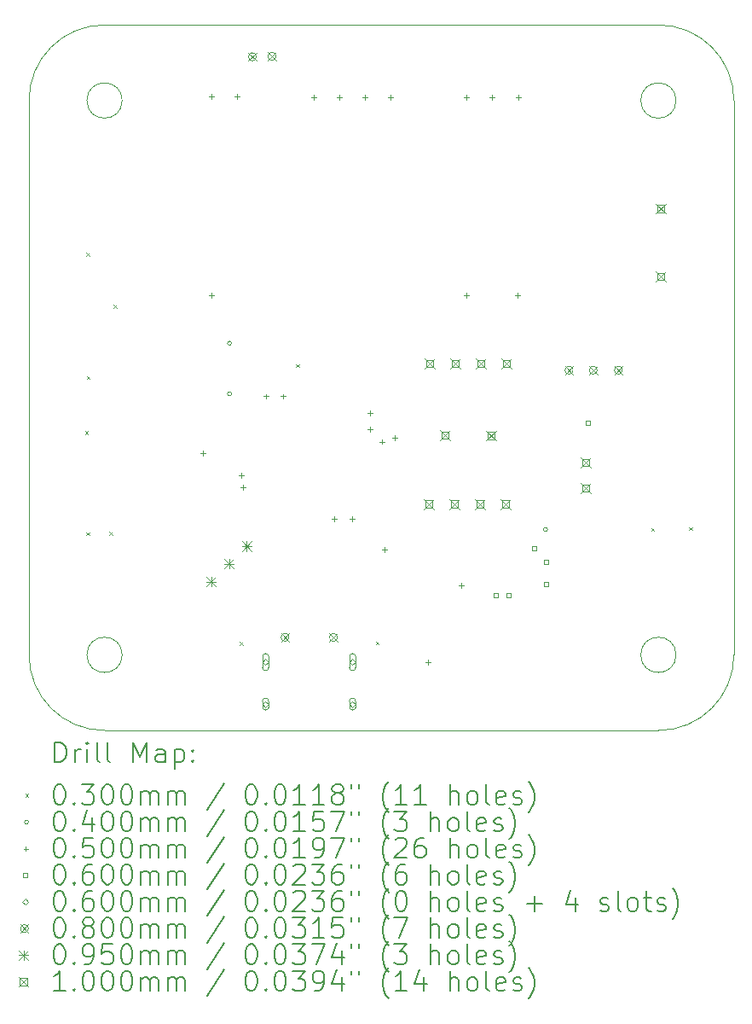
<source format=gbr>
%TF.GenerationSoftware,KiCad,Pcbnew,8.0.5*%
%TF.CreationDate,2025-03-07T10:13:15-08:00*%
%TF.ProjectId,Telemetry PCB V2,54656c65-6d65-4747-9279-205043422056,rev?*%
%TF.SameCoordinates,Original*%
%TF.FileFunction,Drillmap*%
%TF.FilePolarity,Positive*%
%FSLAX45Y45*%
G04 Gerber Fmt 4.5, Leading zero omitted, Abs format (unit mm)*
G04 Created by KiCad (PCBNEW 8.0.5) date 2025-03-07 10:13:15*
%MOMM*%
%LPD*%
G01*
G04 APERTURE LIST*
%ADD10C,0.100000*%
%ADD11C,0.200000*%
G04 APERTURE END LIST*
D10*
X18537000Y-4844000D02*
G75*
G02*
X19287000Y-5594000I0J-750000D01*
G01*
X19287000Y-11094000D02*
G75*
G02*
X18537000Y-11844000I-750000J0D01*
G01*
X13037000Y-11844000D02*
G75*
G02*
X12287000Y-11094000I0J750000D01*
G01*
X18712000Y-11094000D02*
G75*
G02*
X18362000Y-11094000I-175000J0D01*
G01*
X18362000Y-11094000D02*
G75*
G02*
X18712000Y-11094000I175000J0D01*
G01*
X13212000Y-5594000D02*
G75*
G02*
X12862000Y-5594000I-175000J0D01*
G01*
X12862000Y-5594000D02*
G75*
G02*
X13212000Y-5594000I175000J0D01*
G01*
X18712000Y-5594000D02*
G75*
G02*
X18362000Y-5594000I-175000J0D01*
G01*
X18362000Y-5594000D02*
G75*
G02*
X18712000Y-5594000I175000J0D01*
G01*
X19287000Y-5594000D02*
X19287000Y-11094000D01*
X13212000Y-11094000D02*
G75*
G02*
X12862000Y-11094000I-175000J0D01*
G01*
X12862000Y-11094000D02*
G75*
G02*
X13212000Y-11094000I175000J0D01*
G01*
X18537000Y-11844000D02*
X13037000Y-11844000D01*
X12287000Y-11094000D02*
X12287000Y-5594000D01*
X13037000Y-4844000D02*
X18537000Y-4844000D01*
X12287000Y-5594000D02*
G75*
G02*
X13037000Y-4844000I750000J0D01*
G01*
D11*
D10*
X12843000Y-8876000D02*
X12873000Y-8906000D01*
X12873000Y-8876000D02*
X12843000Y-8906000D01*
X12855000Y-7105000D02*
X12885000Y-7135000D01*
X12885000Y-7105000D02*
X12855000Y-7135000D01*
X12857000Y-9876000D02*
X12887000Y-9906000D01*
X12887000Y-9876000D02*
X12857000Y-9906000D01*
X12859000Y-8328000D02*
X12889000Y-8358000D01*
X12889000Y-8328000D02*
X12859000Y-8358000D01*
X13084000Y-9872000D02*
X13114000Y-9902000D01*
X13114000Y-9872000D02*
X13084000Y-9902000D01*
X13125000Y-7622000D02*
X13155000Y-7652000D01*
X13155000Y-7622000D02*
X13125000Y-7652000D01*
X14378500Y-10966000D02*
X14408500Y-10996000D01*
X14408500Y-10966000D02*
X14378500Y-10996000D01*
X14940000Y-8208000D02*
X14970000Y-8238000D01*
X14970000Y-8208000D02*
X14940000Y-8238000D01*
X15730000Y-10962500D02*
X15760000Y-10992500D01*
X15760000Y-10962500D02*
X15730000Y-10992500D01*
X18465000Y-9835000D02*
X18495000Y-9865000D01*
X18495000Y-9835000D02*
X18465000Y-9865000D01*
X18844000Y-9826000D02*
X18874000Y-9856000D01*
X18874000Y-9826000D02*
X18844000Y-9856000D01*
X14298000Y-8002000D02*
G75*
G02*
X14258000Y-8002000I-20000J0D01*
G01*
X14258000Y-8002000D02*
G75*
G02*
X14298000Y-8002000I20000J0D01*
G01*
X14299000Y-8505000D02*
G75*
G02*
X14259000Y-8505000I-20000J0D01*
G01*
X14259000Y-8505000D02*
G75*
G02*
X14299000Y-8505000I20000J0D01*
G01*
X17436000Y-9849000D02*
G75*
G02*
X17396000Y-9849000I-20000J0D01*
G01*
X17396000Y-9849000D02*
G75*
G02*
X17436000Y-9849000I20000J0D01*
G01*
X14011000Y-9065000D02*
X14011000Y-9115000D01*
X13986000Y-9090000D02*
X14036000Y-9090000D01*
X14096000Y-5525000D02*
X14096000Y-5575000D01*
X14071000Y-5550000D02*
X14121000Y-5550000D01*
X14096000Y-7503000D02*
X14096000Y-7553000D01*
X14071000Y-7528000D02*
X14121000Y-7528000D01*
X14350000Y-5525000D02*
X14350000Y-5575000D01*
X14325000Y-5550000D02*
X14375000Y-5550000D01*
X14395336Y-9290336D02*
X14395336Y-9340336D01*
X14370336Y-9315336D02*
X14420336Y-9315336D01*
X14410159Y-9409418D02*
X14410159Y-9459418D01*
X14385159Y-9434418D02*
X14435159Y-9434418D01*
X14640560Y-8504320D02*
X14640560Y-8554320D01*
X14615560Y-8529320D02*
X14665560Y-8529320D01*
X14813280Y-8504320D02*
X14813280Y-8554320D01*
X14788280Y-8529320D02*
X14838280Y-8529320D01*
X15112000Y-5534000D02*
X15112000Y-5584000D01*
X15087000Y-5559000D02*
X15137000Y-5559000D01*
X15321280Y-9718440D02*
X15321280Y-9768440D01*
X15296280Y-9743440D02*
X15346280Y-9743440D01*
X15370000Y-5538000D02*
X15370000Y-5588000D01*
X15345000Y-5563000D02*
X15395000Y-5563000D01*
X15494000Y-9718440D02*
X15494000Y-9768440D01*
X15469000Y-9743440D02*
X15519000Y-9743440D01*
X15620000Y-5534000D02*
X15620000Y-5584000D01*
X15595000Y-5559000D02*
X15645000Y-5559000D01*
X15675898Y-8833538D02*
X15675898Y-8883538D01*
X15650898Y-8858538D02*
X15700898Y-8858538D01*
X15676880Y-8666880D02*
X15676880Y-8716880D01*
X15651880Y-8691880D02*
X15701880Y-8691880D01*
X15789282Y-8953500D02*
X15789282Y-9003500D01*
X15764282Y-8978500D02*
X15814282Y-8978500D01*
X15817500Y-10022500D02*
X15817500Y-10072500D01*
X15792500Y-10047500D02*
X15842500Y-10047500D01*
X15874000Y-5534000D02*
X15874000Y-5584000D01*
X15849000Y-5559000D02*
X15899000Y-5559000D01*
X15916414Y-8914274D02*
X15916414Y-8964274D01*
X15891414Y-8939274D02*
X15941414Y-8939274D01*
X16252000Y-11143000D02*
X16252000Y-11193000D01*
X16227000Y-11168000D02*
X16277000Y-11168000D01*
X16582000Y-10382000D02*
X16582000Y-10432000D01*
X16557000Y-10407000D02*
X16607000Y-10407000D01*
X16633000Y-7503000D02*
X16633000Y-7553000D01*
X16608000Y-7528000D02*
X16658000Y-7528000D01*
X16634000Y-5534000D02*
X16634000Y-5584000D01*
X16609000Y-5559000D02*
X16659000Y-5559000D01*
X16888000Y-5535000D02*
X16888000Y-5585000D01*
X16863000Y-5560000D02*
X16913000Y-5560000D01*
X17141000Y-7503000D02*
X17141000Y-7553000D01*
X17116000Y-7528000D02*
X17166000Y-7528000D01*
X17143000Y-5535000D02*
X17143000Y-5585000D01*
X17118000Y-5560000D02*
X17168000Y-5560000D01*
X16941213Y-10526213D02*
X16941213Y-10483787D01*
X16898787Y-10483787D01*
X16898787Y-10526213D01*
X16941213Y-10526213D01*
X17071213Y-10521213D02*
X17071213Y-10478787D01*
X17028787Y-10478787D01*
X17028787Y-10521213D01*
X17071213Y-10521213D01*
X17321213Y-10061213D02*
X17321213Y-10018787D01*
X17278787Y-10018787D01*
X17278787Y-10061213D01*
X17321213Y-10061213D01*
X17441213Y-10191213D02*
X17441213Y-10148787D01*
X17398787Y-10148787D01*
X17398787Y-10191213D01*
X17441213Y-10191213D01*
X17446213Y-10411213D02*
X17446213Y-10368787D01*
X17403787Y-10368787D01*
X17403787Y-10411213D01*
X17446213Y-10411213D01*
X17861213Y-8811213D02*
X17861213Y-8768787D01*
X17818787Y-8768787D01*
X17818787Y-8811213D01*
X17861213Y-8811213D01*
X14635500Y-11195000D02*
X14665500Y-11165000D01*
X14635500Y-11135000D01*
X14605500Y-11165000D01*
X14635500Y-11195000D01*
X14605500Y-11110000D02*
X14605500Y-11220000D01*
X14665500Y-11220000D02*
G75*
G02*
X14605500Y-11220000I-30000J0D01*
G01*
X14665500Y-11220000D02*
X14665500Y-11110000D01*
X14665500Y-11110000D02*
G75*
G03*
X14605500Y-11110000I-30000J0D01*
G01*
X14635500Y-11613000D02*
X14665500Y-11583000D01*
X14635500Y-11553000D01*
X14605500Y-11583000D01*
X14635500Y-11613000D01*
X14605500Y-11553000D02*
X14605500Y-11613000D01*
X14665500Y-11613000D02*
G75*
G02*
X14605500Y-11613000I-30000J0D01*
G01*
X14665500Y-11613000D02*
X14665500Y-11553000D01*
X14665500Y-11553000D02*
G75*
G03*
X14605500Y-11553000I-30000J0D01*
G01*
X15499500Y-11195000D02*
X15529500Y-11165000D01*
X15499500Y-11135000D01*
X15469500Y-11165000D01*
X15499500Y-11195000D01*
X15469500Y-11110000D02*
X15469500Y-11220000D01*
X15529500Y-11220000D02*
G75*
G02*
X15469500Y-11220000I-30000J0D01*
G01*
X15529500Y-11220000D02*
X15529500Y-11110000D01*
X15529500Y-11110000D02*
G75*
G03*
X15469500Y-11110000I-30000J0D01*
G01*
X15499500Y-11613000D02*
X15529500Y-11583000D01*
X15499500Y-11553000D01*
X15469500Y-11583000D01*
X15499500Y-11613000D01*
X15469500Y-11553000D02*
X15469500Y-11613000D01*
X15529500Y-11613000D02*
G75*
G02*
X15469500Y-11613000I-30000J0D01*
G01*
X15529500Y-11613000D02*
X15529500Y-11553000D01*
X15529500Y-11553000D02*
G75*
G03*
X15469500Y-11553000I-30000J0D01*
G01*
X14465000Y-5120000D02*
X14545000Y-5200000D01*
X14545000Y-5120000D02*
X14465000Y-5200000D01*
X14545000Y-5160000D02*
G75*
G02*
X14465000Y-5160000I-40000J0D01*
G01*
X14465000Y-5160000D02*
G75*
G02*
X14545000Y-5160000I40000J0D01*
G01*
X14660000Y-5115000D02*
X14740000Y-5195000D01*
X14740000Y-5115000D02*
X14660000Y-5195000D01*
X14740000Y-5155000D02*
G75*
G02*
X14660000Y-5155000I-40000J0D01*
G01*
X14660000Y-5155000D02*
G75*
G02*
X14740000Y-5155000I40000J0D01*
G01*
X14790000Y-10880000D02*
X14870000Y-10960000D01*
X14870000Y-10880000D02*
X14790000Y-10960000D01*
X14870000Y-10920000D02*
G75*
G02*
X14790000Y-10920000I-40000J0D01*
G01*
X14790000Y-10920000D02*
G75*
G02*
X14870000Y-10920000I40000J0D01*
G01*
X15270000Y-10880000D02*
X15350000Y-10960000D01*
X15350000Y-10880000D02*
X15270000Y-10960000D01*
X15350000Y-10920000D02*
G75*
G02*
X15270000Y-10920000I-40000J0D01*
G01*
X15270000Y-10920000D02*
G75*
G02*
X15350000Y-10920000I40000J0D01*
G01*
X17610000Y-8230000D02*
X17690000Y-8310000D01*
X17690000Y-8230000D02*
X17610000Y-8310000D01*
X17690000Y-8270000D02*
G75*
G02*
X17610000Y-8270000I-40000J0D01*
G01*
X17610000Y-8270000D02*
G75*
G02*
X17690000Y-8270000I40000J0D01*
G01*
X17850000Y-8230000D02*
X17930000Y-8310000D01*
X17930000Y-8230000D02*
X17850000Y-8310000D01*
X17930000Y-8270000D02*
G75*
G02*
X17850000Y-8270000I-40000J0D01*
G01*
X17850000Y-8270000D02*
G75*
G02*
X17930000Y-8270000I40000J0D01*
G01*
X18100000Y-8230000D02*
X18180000Y-8310000D01*
X18180000Y-8230000D02*
X18100000Y-8310000D01*
X18180000Y-8270000D02*
G75*
G02*
X18100000Y-8270000I-40000J0D01*
G01*
X18100000Y-8270000D02*
G75*
G02*
X18180000Y-8270000I40000J0D01*
G01*
X14048947Y-10321053D02*
X14143947Y-10416053D01*
X14143947Y-10321053D02*
X14048947Y-10416053D01*
X14096447Y-10321053D02*
X14096447Y-10416053D01*
X14048947Y-10368553D02*
X14143947Y-10368553D01*
X14225723Y-10144277D02*
X14320723Y-10239277D01*
X14320723Y-10144277D02*
X14225723Y-10239277D01*
X14273223Y-10144277D02*
X14273223Y-10239277D01*
X14225723Y-10191777D02*
X14320723Y-10191777D01*
X14402500Y-9967500D02*
X14497500Y-10062500D01*
X14497500Y-9967500D02*
X14402500Y-10062500D01*
X14450000Y-9967500D02*
X14450000Y-10062500D01*
X14402500Y-10015000D02*
X14497500Y-10015000D01*
X16210000Y-9547000D02*
X16310000Y-9647000D01*
X16310000Y-9547000D02*
X16210000Y-9647000D01*
X16295356Y-9632356D02*
X16295356Y-9561644D01*
X16224644Y-9561644D01*
X16224644Y-9632356D01*
X16295356Y-9632356D01*
X16213640Y-8151000D02*
X16313640Y-8251000D01*
X16313640Y-8151000D02*
X16213640Y-8251000D01*
X16298995Y-8236356D02*
X16298995Y-8165644D01*
X16228284Y-8165644D01*
X16228284Y-8236356D01*
X16298995Y-8236356D01*
X16367000Y-8862000D02*
X16467000Y-8962000D01*
X16467000Y-8862000D02*
X16367000Y-8962000D01*
X16452356Y-8947356D02*
X16452356Y-8876644D01*
X16381644Y-8876644D01*
X16381644Y-8947356D01*
X16452356Y-8947356D01*
X16464000Y-9547000D02*
X16564000Y-9647000D01*
X16564000Y-9547000D02*
X16464000Y-9647000D01*
X16549356Y-9632356D02*
X16549356Y-9561644D01*
X16478644Y-9561644D01*
X16478644Y-9632356D01*
X16549356Y-9632356D01*
X16467640Y-8151000D02*
X16567640Y-8251000D01*
X16567640Y-8151000D02*
X16467640Y-8251000D01*
X16552995Y-8236356D02*
X16552995Y-8165644D01*
X16482284Y-8165644D01*
X16482284Y-8236356D01*
X16552995Y-8236356D01*
X16718000Y-9547000D02*
X16818000Y-9647000D01*
X16818000Y-9547000D02*
X16718000Y-9647000D01*
X16803356Y-9632356D02*
X16803356Y-9561644D01*
X16732644Y-9561644D01*
X16732644Y-9632356D01*
X16803356Y-9632356D01*
X16721640Y-8151000D02*
X16821640Y-8251000D01*
X16821640Y-8151000D02*
X16721640Y-8251000D01*
X16806995Y-8236356D02*
X16806995Y-8165644D01*
X16736284Y-8165644D01*
X16736284Y-8236356D01*
X16806995Y-8236356D01*
X16827000Y-8869000D02*
X16927000Y-8969000D01*
X16927000Y-8869000D02*
X16827000Y-8969000D01*
X16912356Y-8954356D02*
X16912356Y-8883644D01*
X16841644Y-8883644D01*
X16841644Y-8954356D01*
X16912356Y-8954356D01*
X16972000Y-9547000D02*
X17072000Y-9647000D01*
X17072000Y-9547000D02*
X16972000Y-9647000D01*
X17057356Y-9632356D02*
X17057356Y-9561644D01*
X16986644Y-9561644D01*
X16986644Y-9632356D01*
X17057356Y-9632356D01*
X16975640Y-8151000D02*
X17075640Y-8251000D01*
X17075640Y-8151000D02*
X16975640Y-8251000D01*
X17060995Y-8236356D02*
X17060995Y-8165644D01*
X16990284Y-8165644D01*
X16990284Y-8236356D01*
X17060995Y-8236356D01*
X17767890Y-9137960D02*
X17867890Y-9237960D01*
X17867890Y-9137960D02*
X17767890Y-9237960D01*
X17853246Y-9223316D02*
X17853246Y-9152605D01*
X17782534Y-9152605D01*
X17782534Y-9223316D01*
X17853246Y-9223316D01*
X17767890Y-9387960D02*
X17867890Y-9487960D01*
X17867890Y-9387960D02*
X17767890Y-9487960D01*
X17853246Y-9473316D02*
X17853246Y-9402605D01*
X17782534Y-9402605D01*
X17782534Y-9473316D01*
X17853246Y-9473316D01*
X18508000Y-7291000D02*
X18608000Y-7391000D01*
X18608000Y-7291000D02*
X18508000Y-7391000D01*
X18593356Y-7376356D02*
X18593356Y-7305644D01*
X18522644Y-7305644D01*
X18522644Y-7376356D01*
X18593356Y-7376356D01*
X18513000Y-6616000D02*
X18613000Y-6716000D01*
X18613000Y-6616000D02*
X18513000Y-6716000D01*
X18598356Y-6701356D02*
X18598356Y-6630644D01*
X18527644Y-6630644D01*
X18527644Y-6701356D01*
X18598356Y-6701356D01*
D11*
X12542777Y-12160484D02*
X12542777Y-11960484D01*
X12542777Y-11960484D02*
X12590396Y-11960484D01*
X12590396Y-11960484D02*
X12618967Y-11970008D01*
X12618967Y-11970008D02*
X12638015Y-11989055D01*
X12638015Y-11989055D02*
X12647539Y-12008103D01*
X12647539Y-12008103D02*
X12657062Y-12046198D01*
X12657062Y-12046198D02*
X12657062Y-12074769D01*
X12657062Y-12074769D02*
X12647539Y-12112865D01*
X12647539Y-12112865D02*
X12638015Y-12131912D01*
X12638015Y-12131912D02*
X12618967Y-12150960D01*
X12618967Y-12150960D02*
X12590396Y-12160484D01*
X12590396Y-12160484D02*
X12542777Y-12160484D01*
X12742777Y-12160484D02*
X12742777Y-12027150D01*
X12742777Y-12065246D02*
X12752301Y-12046198D01*
X12752301Y-12046198D02*
X12761824Y-12036674D01*
X12761824Y-12036674D02*
X12780872Y-12027150D01*
X12780872Y-12027150D02*
X12799920Y-12027150D01*
X12866586Y-12160484D02*
X12866586Y-12027150D01*
X12866586Y-11960484D02*
X12857062Y-11970008D01*
X12857062Y-11970008D02*
X12866586Y-11979531D01*
X12866586Y-11979531D02*
X12876110Y-11970008D01*
X12876110Y-11970008D02*
X12866586Y-11960484D01*
X12866586Y-11960484D02*
X12866586Y-11979531D01*
X12990396Y-12160484D02*
X12971348Y-12150960D01*
X12971348Y-12150960D02*
X12961824Y-12131912D01*
X12961824Y-12131912D02*
X12961824Y-11960484D01*
X13095158Y-12160484D02*
X13076110Y-12150960D01*
X13076110Y-12150960D02*
X13066586Y-12131912D01*
X13066586Y-12131912D02*
X13066586Y-11960484D01*
X13323729Y-12160484D02*
X13323729Y-11960484D01*
X13323729Y-11960484D02*
X13390396Y-12103341D01*
X13390396Y-12103341D02*
X13457062Y-11960484D01*
X13457062Y-11960484D02*
X13457062Y-12160484D01*
X13638015Y-12160484D02*
X13638015Y-12055722D01*
X13638015Y-12055722D02*
X13628491Y-12036674D01*
X13628491Y-12036674D02*
X13609443Y-12027150D01*
X13609443Y-12027150D02*
X13571348Y-12027150D01*
X13571348Y-12027150D02*
X13552301Y-12036674D01*
X13638015Y-12150960D02*
X13618967Y-12160484D01*
X13618967Y-12160484D02*
X13571348Y-12160484D01*
X13571348Y-12160484D02*
X13552301Y-12150960D01*
X13552301Y-12150960D02*
X13542777Y-12131912D01*
X13542777Y-12131912D02*
X13542777Y-12112865D01*
X13542777Y-12112865D02*
X13552301Y-12093817D01*
X13552301Y-12093817D02*
X13571348Y-12084293D01*
X13571348Y-12084293D02*
X13618967Y-12084293D01*
X13618967Y-12084293D02*
X13638015Y-12074769D01*
X13733253Y-12027150D02*
X13733253Y-12227150D01*
X13733253Y-12036674D02*
X13752301Y-12027150D01*
X13752301Y-12027150D02*
X13790396Y-12027150D01*
X13790396Y-12027150D02*
X13809443Y-12036674D01*
X13809443Y-12036674D02*
X13818967Y-12046198D01*
X13818967Y-12046198D02*
X13828491Y-12065246D01*
X13828491Y-12065246D02*
X13828491Y-12122388D01*
X13828491Y-12122388D02*
X13818967Y-12141436D01*
X13818967Y-12141436D02*
X13809443Y-12150960D01*
X13809443Y-12150960D02*
X13790396Y-12160484D01*
X13790396Y-12160484D02*
X13752301Y-12160484D01*
X13752301Y-12160484D02*
X13733253Y-12150960D01*
X13914205Y-12141436D02*
X13923729Y-12150960D01*
X13923729Y-12150960D02*
X13914205Y-12160484D01*
X13914205Y-12160484D02*
X13904682Y-12150960D01*
X13904682Y-12150960D02*
X13914205Y-12141436D01*
X13914205Y-12141436D02*
X13914205Y-12160484D01*
X13914205Y-12036674D02*
X13923729Y-12046198D01*
X13923729Y-12046198D02*
X13914205Y-12055722D01*
X13914205Y-12055722D02*
X13904682Y-12046198D01*
X13904682Y-12046198D02*
X13914205Y-12036674D01*
X13914205Y-12036674D02*
X13914205Y-12055722D01*
D10*
X12252000Y-12474000D02*
X12282000Y-12504000D01*
X12282000Y-12474000D02*
X12252000Y-12504000D01*
D11*
X12580872Y-12380484D02*
X12599920Y-12380484D01*
X12599920Y-12380484D02*
X12618967Y-12390008D01*
X12618967Y-12390008D02*
X12628491Y-12399531D01*
X12628491Y-12399531D02*
X12638015Y-12418579D01*
X12638015Y-12418579D02*
X12647539Y-12456674D01*
X12647539Y-12456674D02*
X12647539Y-12504293D01*
X12647539Y-12504293D02*
X12638015Y-12542388D01*
X12638015Y-12542388D02*
X12628491Y-12561436D01*
X12628491Y-12561436D02*
X12618967Y-12570960D01*
X12618967Y-12570960D02*
X12599920Y-12580484D01*
X12599920Y-12580484D02*
X12580872Y-12580484D01*
X12580872Y-12580484D02*
X12561824Y-12570960D01*
X12561824Y-12570960D02*
X12552301Y-12561436D01*
X12552301Y-12561436D02*
X12542777Y-12542388D01*
X12542777Y-12542388D02*
X12533253Y-12504293D01*
X12533253Y-12504293D02*
X12533253Y-12456674D01*
X12533253Y-12456674D02*
X12542777Y-12418579D01*
X12542777Y-12418579D02*
X12552301Y-12399531D01*
X12552301Y-12399531D02*
X12561824Y-12390008D01*
X12561824Y-12390008D02*
X12580872Y-12380484D01*
X12733253Y-12561436D02*
X12742777Y-12570960D01*
X12742777Y-12570960D02*
X12733253Y-12580484D01*
X12733253Y-12580484D02*
X12723729Y-12570960D01*
X12723729Y-12570960D02*
X12733253Y-12561436D01*
X12733253Y-12561436D02*
X12733253Y-12580484D01*
X12809443Y-12380484D02*
X12933253Y-12380484D01*
X12933253Y-12380484D02*
X12866586Y-12456674D01*
X12866586Y-12456674D02*
X12895158Y-12456674D01*
X12895158Y-12456674D02*
X12914205Y-12466198D01*
X12914205Y-12466198D02*
X12923729Y-12475722D01*
X12923729Y-12475722D02*
X12933253Y-12494769D01*
X12933253Y-12494769D02*
X12933253Y-12542388D01*
X12933253Y-12542388D02*
X12923729Y-12561436D01*
X12923729Y-12561436D02*
X12914205Y-12570960D01*
X12914205Y-12570960D02*
X12895158Y-12580484D01*
X12895158Y-12580484D02*
X12838015Y-12580484D01*
X12838015Y-12580484D02*
X12818967Y-12570960D01*
X12818967Y-12570960D02*
X12809443Y-12561436D01*
X13057062Y-12380484D02*
X13076110Y-12380484D01*
X13076110Y-12380484D02*
X13095158Y-12390008D01*
X13095158Y-12390008D02*
X13104682Y-12399531D01*
X13104682Y-12399531D02*
X13114205Y-12418579D01*
X13114205Y-12418579D02*
X13123729Y-12456674D01*
X13123729Y-12456674D02*
X13123729Y-12504293D01*
X13123729Y-12504293D02*
X13114205Y-12542388D01*
X13114205Y-12542388D02*
X13104682Y-12561436D01*
X13104682Y-12561436D02*
X13095158Y-12570960D01*
X13095158Y-12570960D02*
X13076110Y-12580484D01*
X13076110Y-12580484D02*
X13057062Y-12580484D01*
X13057062Y-12580484D02*
X13038015Y-12570960D01*
X13038015Y-12570960D02*
X13028491Y-12561436D01*
X13028491Y-12561436D02*
X13018967Y-12542388D01*
X13018967Y-12542388D02*
X13009443Y-12504293D01*
X13009443Y-12504293D02*
X13009443Y-12456674D01*
X13009443Y-12456674D02*
X13018967Y-12418579D01*
X13018967Y-12418579D02*
X13028491Y-12399531D01*
X13028491Y-12399531D02*
X13038015Y-12390008D01*
X13038015Y-12390008D02*
X13057062Y-12380484D01*
X13247539Y-12380484D02*
X13266586Y-12380484D01*
X13266586Y-12380484D02*
X13285634Y-12390008D01*
X13285634Y-12390008D02*
X13295158Y-12399531D01*
X13295158Y-12399531D02*
X13304682Y-12418579D01*
X13304682Y-12418579D02*
X13314205Y-12456674D01*
X13314205Y-12456674D02*
X13314205Y-12504293D01*
X13314205Y-12504293D02*
X13304682Y-12542388D01*
X13304682Y-12542388D02*
X13295158Y-12561436D01*
X13295158Y-12561436D02*
X13285634Y-12570960D01*
X13285634Y-12570960D02*
X13266586Y-12580484D01*
X13266586Y-12580484D02*
X13247539Y-12580484D01*
X13247539Y-12580484D02*
X13228491Y-12570960D01*
X13228491Y-12570960D02*
X13218967Y-12561436D01*
X13218967Y-12561436D02*
X13209443Y-12542388D01*
X13209443Y-12542388D02*
X13199920Y-12504293D01*
X13199920Y-12504293D02*
X13199920Y-12456674D01*
X13199920Y-12456674D02*
X13209443Y-12418579D01*
X13209443Y-12418579D02*
X13218967Y-12399531D01*
X13218967Y-12399531D02*
X13228491Y-12390008D01*
X13228491Y-12390008D02*
X13247539Y-12380484D01*
X13399920Y-12580484D02*
X13399920Y-12447150D01*
X13399920Y-12466198D02*
X13409443Y-12456674D01*
X13409443Y-12456674D02*
X13428491Y-12447150D01*
X13428491Y-12447150D02*
X13457063Y-12447150D01*
X13457063Y-12447150D02*
X13476110Y-12456674D01*
X13476110Y-12456674D02*
X13485634Y-12475722D01*
X13485634Y-12475722D02*
X13485634Y-12580484D01*
X13485634Y-12475722D02*
X13495158Y-12456674D01*
X13495158Y-12456674D02*
X13514205Y-12447150D01*
X13514205Y-12447150D02*
X13542777Y-12447150D01*
X13542777Y-12447150D02*
X13561824Y-12456674D01*
X13561824Y-12456674D02*
X13571348Y-12475722D01*
X13571348Y-12475722D02*
X13571348Y-12580484D01*
X13666586Y-12580484D02*
X13666586Y-12447150D01*
X13666586Y-12466198D02*
X13676110Y-12456674D01*
X13676110Y-12456674D02*
X13695158Y-12447150D01*
X13695158Y-12447150D02*
X13723729Y-12447150D01*
X13723729Y-12447150D02*
X13742777Y-12456674D01*
X13742777Y-12456674D02*
X13752301Y-12475722D01*
X13752301Y-12475722D02*
X13752301Y-12580484D01*
X13752301Y-12475722D02*
X13761824Y-12456674D01*
X13761824Y-12456674D02*
X13780872Y-12447150D01*
X13780872Y-12447150D02*
X13809443Y-12447150D01*
X13809443Y-12447150D02*
X13828491Y-12456674D01*
X13828491Y-12456674D02*
X13838015Y-12475722D01*
X13838015Y-12475722D02*
X13838015Y-12580484D01*
X14228491Y-12370960D02*
X14057063Y-12628103D01*
X14485634Y-12380484D02*
X14504682Y-12380484D01*
X14504682Y-12380484D02*
X14523729Y-12390008D01*
X14523729Y-12390008D02*
X14533253Y-12399531D01*
X14533253Y-12399531D02*
X14542777Y-12418579D01*
X14542777Y-12418579D02*
X14552301Y-12456674D01*
X14552301Y-12456674D02*
X14552301Y-12504293D01*
X14552301Y-12504293D02*
X14542777Y-12542388D01*
X14542777Y-12542388D02*
X14533253Y-12561436D01*
X14533253Y-12561436D02*
X14523729Y-12570960D01*
X14523729Y-12570960D02*
X14504682Y-12580484D01*
X14504682Y-12580484D02*
X14485634Y-12580484D01*
X14485634Y-12580484D02*
X14466586Y-12570960D01*
X14466586Y-12570960D02*
X14457063Y-12561436D01*
X14457063Y-12561436D02*
X14447539Y-12542388D01*
X14447539Y-12542388D02*
X14438015Y-12504293D01*
X14438015Y-12504293D02*
X14438015Y-12456674D01*
X14438015Y-12456674D02*
X14447539Y-12418579D01*
X14447539Y-12418579D02*
X14457063Y-12399531D01*
X14457063Y-12399531D02*
X14466586Y-12390008D01*
X14466586Y-12390008D02*
X14485634Y-12380484D01*
X14638015Y-12561436D02*
X14647539Y-12570960D01*
X14647539Y-12570960D02*
X14638015Y-12580484D01*
X14638015Y-12580484D02*
X14628491Y-12570960D01*
X14628491Y-12570960D02*
X14638015Y-12561436D01*
X14638015Y-12561436D02*
X14638015Y-12580484D01*
X14771348Y-12380484D02*
X14790396Y-12380484D01*
X14790396Y-12380484D02*
X14809444Y-12390008D01*
X14809444Y-12390008D02*
X14818967Y-12399531D01*
X14818967Y-12399531D02*
X14828491Y-12418579D01*
X14828491Y-12418579D02*
X14838015Y-12456674D01*
X14838015Y-12456674D02*
X14838015Y-12504293D01*
X14838015Y-12504293D02*
X14828491Y-12542388D01*
X14828491Y-12542388D02*
X14818967Y-12561436D01*
X14818967Y-12561436D02*
X14809444Y-12570960D01*
X14809444Y-12570960D02*
X14790396Y-12580484D01*
X14790396Y-12580484D02*
X14771348Y-12580484D01*
X14771348Y-12580484D02*
X14752301Y-12570960D01*
X14752301Y-12570960D02*
X14742777Y-12561436D01*
X14742777Y-12561436D02*
X14733253Y-12542388D01*
X14733253Y-12542388D02*
X14723729Y-12504293D01*
X14723729Y-12504293D02*
X14723729Y-12456674D01*
X14723729Y-12456674D02*
X14733253Y-12418579D01*
X14733253Y-12418579D02*
X14742777Y-12399531D01*
X14742777Y-12399531D02*
X14752301Y-12390008D01*
X14752301Y-12390008D02*
X14771348Y-12380484D01*
X15028491Y-12580484D02*
X14914206Y-12580484D01*
X14971348Y-12580484D02*
X14971348Y-12380484D01*
X14971348Y-12380484D02*
X14952301Y-12409055D01*
X14952301Y-12409055D02*
X14933253Y-12428103D01*
X14933253Y-12428103D02*
X14914206Y-12437627D01*
X15218967Y-12580484D02*
X15104682Y-12580484D01*
X15161825Y-12580484D02*
X15161825Y-12380484D01*
X15161825Y-12380484D02*
X15142777Y-12409055D01*
X15142777Y-12409055D02*
X15123729Y-12428103D01*
X15123729Y-12428103D02*
X15104682Y-12437627D01*
X15333253Y-12466198D02*
X15314206Y-12456674D01*
X15314206Y-12456674D02*
X15304682Y-12447150D01*
X15304682Y-12447150D02*
X15295158Y-12428103D01*
X15295158Y-12428103D02*
X15295158Y-12418579D01*
X15295158Y-12418579D02*
X15304682Y-12399531D01*
X15304682Y-12399531D02*
X15314206Y-12390008D01*
X15314206Y-12390008D02*
X15333253Y-12380484D01*
X15333253Y-12380484D02*
X15371348Y-12380484D01*
X15371348Y-12380484D02*
X15390396Y-12390008D01*
X15390396Y-12390008D02*
X15399920Y-12399531D01*
X15399920Y-12399531D02*
X15409444Y-12418579D01*
X15409444Y-12418579D02*
X15409444Y-12428103D01*
X15409444Y-12428103D02*
X15399920Y-12447150D01*
X15399920Y-12447150D02*
X15390396Y-12456674D01*
X15390396Y-12456674D02*
X15371348Y-12466198D01*
X15371348Y-12466198D02*
X15333253Y-12466198D01*
X15333253Y-12466198D02*
X15314206Y-12475722D01*
X15314206Y-12475722D02*
X15304682Y-12485246D01*
X15304682Y-12485246D02*
X15295158Y-12504293D01*
X15295158Y-12504293D02*
X15295158Y-12542388D01*
X15295158Y-12542388D02*
X15304682Y-12561436D01*
X15304682Y-12561436D02*
X15314206Y-12570960D01*
X15314206Y-12570960D02*
X15333253Y-12580484D01*
X15333253Y-12580484D02*
X15371348Y-12580484D01*
X15371348Y-12580484D02*
X15390396Y-12570960D01*
X15390396Y-12570960D02*
X15399920Y-12561436D01*
X15399920Y-12561436D02*
X15409444Y-12542388D01*
X15409444Y-12542388D02*
X15409444Y-12504293D01*
X15409444Y-12504293D02*
X15399920Y-12485246D01*
X15399920Y-12485246D02*
X15390396Y-12475722D01*
X15390396Y-12475722D02*
X15371348Y-12466198D01*
X15485634Y-12380484D02*
X15485634Y-12418579D01*
X15561825Y-12380484D02*
X15561825Y-12418579D01*
X15857063Y-12656674D02*
X15847539Y-12647150D01*
X15847539Y-12647150D02*
X15828491Y-12618579D01*
X15828491Y-12618579D02*
X15818968Y-12599531D01*
X15818968Y-12599531D02*
X15809444Y-12570960D01*
X15809444Y-12570960D02*
X15799920Y-12523341D01*
X15799920Y-12523341D02*
X15799920Y-12485246D01*
X15799920Y-12485246D02*
X15809444Y-12437627D01*
X15809444Y-12437627D02*
X15818968Y-12409055D01*
X15818968Y-12409055D02*
X15828491Y-12390008D01*
X15828491Y-12390008D02*
X15847539Y-12361436D01*
X15847539Y-12361436D02*
X15857063Y-12351912D01*
X16038015Y-12580484D02*
X15923729Y-12580484D01*
X15980872Y-12580484D02*
X15980872Y-12380484D01*
X15980872Y-12380484D02*
X15961825Y-12409055D01*
X15961825Y-12409055D02*
X15942777Y-12428103D01*
X15942777Y-12428103D02*
X15923729Y-12437627D01*
X16228491Y-12580484D02*
X16114206Y-12580484D01*
X16171348Y-12580484D02*
X16171348Y-12380484D01*
X16171348Y-12380484D02*
X16152301Y-12409055D01*
X16152301Y-12409055D02*
X16133253Y-12428103D01*
X16133253Y-12428103D02*
X16114206Y-12437627D01*
X16466587Y-12580484D02*
X16466587Y-12380484D01*
X16552301Y-12580484D02*
X16552301Y-12475722D01*
X16552301Y-12475722D02*
X16542777Y-12456674D01*
X16542777Y-12456674D02*
X16523730Y-12447150D01*
X16523730Y-12447150D02*
X16495158Y-12447150D01*
X16495158Y-12447150D02*
X16476110Y-12456674D01*
X16476110Y-12456674D02*
X16466587Y-12466198D01*
X16676110Y-12580484D02*
X16657063Y-12570960D01*
X16657063Y-12570960D02*
X16647539Y-12561436D01*
X16647539Y-12561436D02*
X16638015Y-12542388D01*
X16638015Y-12542388D02*
X16638015Y-12485246D01*
X16638015Y-12485246D02*
X16647539Y-12466198D01*
X16647539Y-12466198D02*
X16657063Y-12456674D01*
X16657063Y-12456674D02*
X16676110Y-12447150D01*
X16676110Y-12447150D02*
X16704682Y-12447150D01*
X16704682Y-12447150D02*
X16723730Y-12456674D01*
X16723730Y-12456674D02*
X16733253Y-12466198D01*
X16733253Y-12466198D02*
X16742777Y-12485246D01*
X16742777Y-12485246D02*
X16742777Y-12542388D01*
X16742777Y-12542388D02*
X16733253Y-12561436D01*
X16733253Y-12561436D02*
X16723730Y-12570960D01*
X16723730Y-12570960D02*
X16704682Y-12580484D01*
X16704682Y-12580484D02*
X16676110Y-12580484D01*
X16857063Y-12580484D02*
X16838015Y-12570960D01*
X16838015Y-12570960D02*
X16828492Y-12551912D01*
X16828492Y-12551912D02*
X16828492Y-12380484D01*
X17009444Y-12570960D02*
X16990396Y-12580484D01*
X16990396Y-12580484D02*
X16952301Y-12580484D01*
X16952301Y-12580484D02*
X16933253Y-12570960D01*
X16933253Y-12570960D02*
X16923730Y-12551912D01*
X16923730Y-12551912D02*
X16923730Y-12475722D01*
X16923730Y-12475722D02*
X16933253Y-12456674D01*
X16933253Y-12456674D02*
X16952301Y-12447150D01*
X16952301Y-12447150D02*
X16990396Y-12447150D01*
X16990396Y-12447150D02*
X17009444Y-12456674D01*
X17009444Y-12456674D02*
X17018968Y-12475722D01*
X17018968Y-12475722D02*
X17018968Y-12494769D01*
X17018968Y-12494769D02*
X16923730Y-12513817D01*
X17095158Y-12570960D02*
X17114206Y-12580484D01*
X17114206Y-12580484D02*
X17152301Y-12580484D01*
X17152301Y-12580484D02*
X17171349Y-12570960D01*
X17171349Y-12570960D02*
X17180873Y-12551912D01*
X17180873Y-12551912D02*
X17180873Y-12542388D01*
X17180873Y-12542388D02*
X17171349Y-12523341D01*
X17171349Y-12523341D02*
X17152301Y-12513817D01*
X17152301Y-12513817D02*
X17123730Y-12513817D01*
X17123730Y-12513817D02*
X17104682Y-12504293D01*
X17104682Y-12504293D02*
X17095158Y-12485246D01*
X17095158Y-12485246D02*
X17095158Y-12475722D01*
X17095158Y-12475722D02*
X17104682Y-12456674D01*
X17104682Y-12456674D02*
X17123730Y-12447150D01*
X17123730Y-12447150D02*
X17152301Y-12447150D01*
X17152301Y-12447150D02*
X17171349Y-12456674D01*
X17247539Y-12656674D02*
X17257063Y-12647150D01*
X17257063Y-12647150D02*
X17276111Y-12618579D01*
X17276111Y-12618579D02*
X17285634Y-12599531D01*
X17285634Y-12599531D02*
X17295158Y-12570960D01*
X17295158Y-12570960D02*
X17304682Y-12523341D01*
X17304682Y-12523341D02*
X17304682Y-12485246D01*
X17304682Y-12485246D02*
X17295158Y-12437627D01*
X17295158Y-12437627D02*
X17285634Y-12409055D01*
X17285634Y-12409055D02*
X17276111Y-12390008D01*
X17276111Y-12390008D02*
X17257063Y-12361436D01*
X17257063Y-12361436D02*
X17247539Y-12351912D01*
D10*
X12282000Y-12753000D02*
G75*
G02*
X12242000Y-12753000I-20000J0D01*
G01*
X12242000Y-12753000D02*
G75*
G02*
X12282000Y-12753000I20000J0D01*
G01*
D11*
X12580872Y-12644484D02*
X12599920Y-12644484D01*
X12599920Y-12644484D02*
X12618967Y-12654008D01*
X12618967Y-12654008D02*
X12628491Y-12663531D01*
X12628491Y-12663531D02*
X12638015Y-12682579D01*
X12638015Y-12682579D02*
X12647539Y-12720674D01*
X12647539Y-12720674D02*
X12647539Y-12768293D01*
X12647539Y-12768293D02*
X12638015Y-12806388D01*
X12638015Y-12806388D02*
X12628491Y-12825436D01*
X12628491Y-12825436D02*
X12618967Y-12834960D01*
X12618967Y-12834960D02*
X12599920Y-12844484D01*
X12599920Y-12844484D02*
X12580872Y-12844484D01*
X12580872Y-12844484D02*
X12561824Y-12834960D01*
X12561824Y-12834960D02*
X12552301Y-12825436D01*
X12552301Y-12825436D02*
X12542777Y-12806388D01*
X12542777Y-12806388D02*
X12533253Y-12768293D01*
X12533253Y-12768293D02*
X12533253Y-12720674D01*
X12533253Y-12720674D02*
X12542777Y-12682579D01*
X12542777Y-12682579D02*
X12552301Y-12663531D01*
X12552301Y-12663531D02*
X12561824Y-12654008D01*
X12561824Y-12654008D02*
X12580872Y-12644484D01*
X12733253Y-12825436D02*
X12742777Y-12834960D01*
X12742777Y-12834960D02*
X12733253Y-12844484D01*
X12733253Y-12844484D02*
X12723729Y-12834960D01*
X12723729Y-12834960D02*
X12733253Y-12825436D01*
X12733253Y-12825436D02*
X12733253Y-12844484D01*
X12914205Y-12711150D02*
X12914205Y-12844484D01*
X12866586Y-12634960D02*
X12818967Y-12777817D01*
X12818967Y-12777817D02*
X12942777Y-12777817D01*
X13057062Y-12644484D02*
X13076110Y-12644484D01*
X13076110Y-12644484D02*
X13095158Y-12654008D01*
X13095158Y-12654008D02*
X13104682Y-12663531D01*
X13104682Y-12663531D02*
X13114205Y-12682579D01*
X13114205Y-12682579D02*
X13123729Y-12720674D01*
X13123729Y-12720674D02*
X13123729Y-12768293D01*
X13123729Y-12768293D02*
X13114205Y-12806388D01*
X13114205Y-12806388D02*
X13104682Y-12825436D01*
X13104682Y-12825436D02*
X13095158Y-12834960D01*
X13095158Y-12834960D02*
X13076110Y-12844484D01*
X13076110Y-12844484D02*
X13057062Y-12844484D01*
X13057062Y-12844484D02*
X13038015Y-12834960D01*
X13038015Y-12834960D02*
X13028491Y-12825436D01*
X13028491Y-12825436D02*
X13018967Y-12806388D01*
X13018967Y-12806388D02*
X13009443Y-12768293D01*
X13009443Y-12768293D02*
X13009443Y-12720674D01*
X13009443Y-12720674D02*
X13018967Y-12682579D01*
X13018967Y-12682579D02*
X13028491Y-12663531D01*
X13028491Y-12663531D02*
X13038015Y-12654008D01*
X13038015Y-12654008D02*
X13057062Y-12644484D01*
X13247539Y-12644484D02*
X13266586Y-12644484D01*
X13266586Y-12644484D02*
X13285634Y-12654008D01*
X13285634Y-12654008D02*
X13295158Y-12663531D01*
X13295158Y-12663531D02*
X13304682Y-12682579D01*
X13304682Y-12682579D02*
X13314205Y-12720674D01*
X13314205Y-12720674D02*
X13314205Y-12768293D01*
X13314205Y-12768293D02*
X13304682Y-12806388D01*
X13304682Y-12806388D02*
X13295158Y-12825436D01*
X13295158Y-12825436D02*
X13285634Y-12834960D01*
X13285634Y-12834960D02*
X13266586Y-12844484D01*
X13266586Y-12844484D02*
X13247539Y-12844484D01*
X13247539Y-12844484D02*
X13228491Y-12834960D01*
X13228491Y-12834960D02*
X13218967Y-12825436D01*
X13218967Y-12825436D02*
X13209443Y-12806388D01*
X13209443Y-12806388D02*
X13199920Y-12768293D01*
X13199920Y-12768293D02*
X13199920Y-12720674D01*
X13199920Y-12720674D02*
X13209443Y-12682579D01*
X13209443Y-12682579D02*
X13218967Y-12663531D01*
X13218967Y-12663531D02*
X13228491Y-12654008D01*
X13228491Y-12654008D02*
X13247539Y-12644484D01*
X13399920Y-12844484D02*
X13399920Y-12711150D01*
X13399920Y-12730198D02*
X13409443Y-12720674D01*
X13409443Y-12720674D02*
X13428491Y-12711150D01*
X13428491Y-12711150D02*
X13457063Y-12711150D01*
X13457063Y-12711150D02*
X13476110Y-12720674D01*
X13476110Y-12720674D02*
X13485634Y-12739722D01*
X13485634Y-12739722D02*
X13485634Y-12844484D01*
X13485634Y-12739722D02*
X13495158Y-12720674D01*
X13495158Y-12720674D02*
X13514205Y-12711150D01*
X13514205Y-12711150D02*
X13542777Y-12711150D01*
X13542777Y-12711150D02*
X13561824Y-12720674D01*
X13561824Y-12720674D02*
X13571348Y-12739722D01*
X13571348Y-12739722D02*
X13571348Y-12844484D01*
X13666586Y-12844484D02*
X13666586Y-12711150D01*
X13666586Y-12730198D02*
X13676110Y-12720674D01*
X13676110Y-12720674D02*
X13695158Y-12711150D01*
X13695158Y-12711150D02*
X13723729Y-12711150D01*
X13723729Y-12711150D02*
X13742777Y-12720674D01*
X13742777Y-12720674D02*
X13752301Y-12739722D01*
X13752301Y-12739722D02*
X13752301Y-12844484D01*
X13752301Y-12739722D02*
X13761824Y-12720674D01*
X13761824Y-12720674D02*
X13780872Y-12711150D01*
X13780872Y-12711150D02*
X13809443Y-12711150D01*
X13809443Y-12711150D02*
X13828491Y-12720674D01*
X13828491Y-12720674D02*
X13838015Y-12739722D01*
X13838015Y-12739722D02*
X13838015Y-12844484D01*
X14228491Y-12634960D02*
X14057063Y-12892103D01*
X14485634Y-12644484D02*
X14504682Y-12644484D01*
X14504682Y-12644484D02*
X14523729Y-12654008D01*
X14523729Y-12654008D02*
X14533253Y-12663531D01*
X14533253Y-12663531D02*
X14542777Y-12682579D01*
X14542777Y-12682579D02*
X14552301Y-12720674D01*
X14552301Y-12720674D02*
X14552301Y-12768293D01*
X14552301Y-12768293D02*
X14542777Y-12806388D01*
X14542777Y-12806388D02*
X14533253Y-12825436D01*
X14533253Y-12825436D02*
X14523729Y-12834960D01*
X14523729Y-12834960D02*
X14504682Y-12844484D01*
X14504682Y-12844484D02*
X14485634Y-12844484D01*
X14485634Y-12844484D02*
X14466586Y-12834960D01*
X14466586Y-12834960D02*
X14457063Y-12825436D01*
X14457063Y-12825436D02*
X14447539Y-12806388D01*
X14447539Y-12806388D02*
X14438015Y-12768293D01*
X14438015Y-12768293D02*
X14438015Y-12720674D01*
X14438015Y-12720674D02*
X14447539Y-12682579D01*
X14447539Y-12682579D02*
X14457063Y-12663531D01*
X14457063Y-12663531D02*
X14466586Y-12654008D01*
X14466586Y-12654008D02*
X14485634Y-12644484D01*
X14638015Y-12825436D02*
X14647539Y-12834960D01*
X14647539Y-12834960D02*
X14638015Y-12844484D01*
X14638015Y-12844484D02*
X14628491Y-12834960D01*
X14628491Y-12834960D02*
X14638015Y-12825436D01*
X14638015Y-12825436D02*
X14638015Y-12844484D01*
X14771348Y-12644484D02*
X14790396Y-12644484D01*
X14790396Y-12644484D02*
X14809444Y-12654008D01*
X14809444Y-12654008D02*
X14818967Y-12663531D01*
X14818967Y-12663531D02*
X14828491Y-12682579D01*
X14828491Y-12682579D02*
X14838015Y-12720674D01*
X14838015Y-12720674D02*
X14838015Y-12768293D01*
X14838015Y-12768293D02*
X14828491Y-12806388D01*
X14828491Y-12806388D02*
X14818967Y-12825436D01*
X14818967Y-12825436D02*
X14809444Y-12834960D01*
X14809444Y-12834960D02*
X14790396Y-12844484D01*
X14790396Y-12844484D02*
X14771348Y-12844484D01*
X14771348Y-12844484D02*
X14752301Y-12834960D01*
X14752301Y-12834960D02*
X14742777Y-12825436D01*
X14742777Y-12825436D02*
X14733253Y-12806388D01*
X14733253Y-12806388D02*
X14723729Y-12768293D01*
X14723729Y-12768293D02*
X14723729Y-12720674D01*
X14723729Y-12720674D02*
X14733253Y-12682579D01*
X14733253Y-12682579D02*
X14742777Y-12663531D01*
X14742777Y-12663531D02*
X14752301Y-12654008D01*
X14752301Y-12654008D02*
X14771348Y-12644484D01*
X15028491Y-12844484D02*
X14914206Y-12844484D01*
X14971348Y-12844484D02*
X14971348Y-12644484D01*
X14971348Y-12644484D02*
X14952301Y-12673055D01*
X14952301Y-12673055D02*
X14933253Y-12692103D01*
X14933253Y-12692103D02*
X14914206Y-12701627D01*
X15209444Y-12644484D02*
X15114206Y-12644484D01*
X15114206Y-12644484D02*
X15104682Y-12739722D01*
X15104682Y-12739722D02*
X15114206Y-12730198D01*
X15114206Y-12730198D02*
X15133253Y-12720674D01*
X15133253Y-12720674D02*
X15180872Y-12720674D01*
X15180872Y-12720674D02*
X15199920Y-12730198D01*
X15199920Y-12730198D02*
X15209444Y-12739722D01*
X15209444Y-12739722D02*
X15218967Y-12758769D01*
X15218967Y-12758769D02*
X15218967Y-12806388D01*
X15218967Y-12806388D02*
X15209444Y-12825436D01*
X15209444Y-12825436D02*
X15199920Y-12834960D01*
X15199920Y-12834960D02*
X15180872Y-12844484D01*
X15180872Y-12844484D02*
X15133253Y-12844484D01*
X15133253Y-12844484D02*
X15114206Y-12834960D01*
X15114206Y-12834960D02*
X15104682Y-12825436D01*
X15285634Y-12644484D02*
X15418967Y-12644484D01*
X15418967Y-12644484D02*
X15333253Y-12844484D01*
X15485634Y-12644484D02*
X15485634Y-12682579D01*
X15561825Y-12644484D02*
X15561825Y-12682579D01*
X15857063Y-12920674D02*
X15847539Y-12911150D01*
X15847539Y-12911150D02*
X15828491Y-12882579D01*
X15828491Y-12882579D02*
X15818968Y-12863531D01*
X15818968Y-12863531D02*
X15809444Y-12834960D01*
X15809444Y-12834960D02*
X15799920Y-12787341D01*
X15799920Y-12787341D02*
X15799920Y-12749246D01*
X15799920Y-12749246D02*
X15809444Y-12701627D01*
X15809444Y-12701627D02*
X15818968Y-12673055D01*
X15818968Y-12673055D02*
X15828491Y-12654008D01*
X15828491Y-12654008D02*
X15847539Y-12625436D01*
X15847539Y-12625436D02*
X15857063Y-12615912D01*
X15914206Y-12644484D02*
X16038015Y-12644484D01*
X16038015Y-12644484D02*
X15971348Y-12720674D01*
X15971348Y-12720674D02*
X15999920Y-12720674D01*
X15999920Y-12720674D02*
X16018968Y-12730198D01*
X16018968Y-12730198D02*
X16028491Y-12739722D01*
X16028491Y-12739722D02*
X16038015Y-12758769D01*
X16038015Y-12758769D02*
X16038015Y-12806388D01*
X16038015Y-12806388D02*
X16028491Y-12825436D01*
X16028491Y-12825436D02*
X16018968Y-12834960D01*
X16018968Y-12834960D02*
X15999920Y-12844484D01*
X15999920Y-12844484D02*
X15942777Y-12844484D01*
X15942777Y-12844484D02*
X15923729Y-12834960D01*
X15923729Y-12834960D02*
X15914206Y-12825436D01*
X16276110Y-12844484D02*
X16276110Y-12644484D01*
X16361825Y-12844484D02*
X16361825Y-12739722D01*
X16361825Y-12739722D02*
X16352301Y-12720674D01*
X16352301Y-12720674D02*
X16333253Y-12711150D01*
X16333253Y-12711150D02*
X16304682Y-12711150D01*
X16304682Y-12711150D02*
X16285634Y-12720674D01*
X16285634Y-12720674D02*
X16276110Y-12730198D01*
X16485634Y-12844484D02*
X16466587Y-12834960D01*
X16466587Y-12834960D02*
X16457063Y-12825436D01*
X16457063Y-12825436D02*
X16447539Y-12806388D01*
X16447539Y-12806388D02*
X16447539Y-12749246D01*
X16447539Y-12749246D02*
X16457063Y-12730198D01*
X16457063Y-12730198D02*
X16466587Y-12720674D01*
X16466587Y-12720674D02*
X16485634Y-12711150D01*
X16485634Y-12711150D02*
X16514206Y-12711150D01*
X16514206Y-12711150D02*
X16533253Y-12720674D01*
X16533253Y-12720674D02*
X16542777Y-12730198D01*
X16542777Y-12730198D02*
X16552301Y-12749246D01*
X16552301Y-12749246D02*
X16552301Y-12806388D01*
X16552301Y-12806388D02*
X16542777Y-12825436D01*
X16542777Y-12825436D02*
X16533253Y-12834960D01*
X16533253Y-12834960D02*
X16514206Y-12844484D01*
X16514206Y-12844484D02*
X16485634Y-12844484D01*
X16666587Y-12844484D02*
X16647539Y-12834960D01*
X16647539Y-12834960D02*
X16638015Y-12815912D01*
X16638015Y-12815912D02*
X16638015Y-12644484D01*
X16818968Y-12834960D02*
X16799920Y-12844484D01*
X16799920Y-12844484D02*
X16761825Y-12844484D01*
X16761825Y-12844484D02*
X16742777Y-12834960D01*
X16742777Y-12834960D02*
X16733253Y-12815912D01*
X16733253Y-12815912D02*
X16733253Y-12739722D01*
X16733253Y-12739722D02*
X16742777Y-12720674D01*
X16742777Y-12720674D02*
X16761825Y-12711150D01*
X16761825Y-12711150D02*
X16799920Y-12711150D01*
X16799920Y-12711150D02*
X16818968Y-12720674D01*
X16818968Y-12720674D02*
X16828492Y-12739722D01*
X16828492Y-12739722D02*
X16828492Y-12758769D01*
X16828492Y-12758769D02*
X16733253Y-12777817D01*
X16904682Y-12834960D02*
X16923730Y-12844484D01*
X16923730Y-12844484D02*
X16961825Y-12844484D01*
X16961825Y-12844484D02*
X16980873Y-12834960D01*
X16980873Y-12834960D02*
X16990396Y-12815912D01*
X16990396Y-12815912D02*
X16990396Y-12806388D01*
X16990396Y-12806388D02*
X16980873Y-12787341D01*
X16980873Y-12787341D02*
X16961825Y-12777817D01*
X16961825Y-12777817D02*
X16933253Y-12777817D01*
X16933253Y-12777817D02*
X16914206Y-12768293D01*
X16914206Y-12768293D02*
X16904682Y-12749246D01*
X16904682Y-12749246D02*
X16904682Y-12739722D01*
X16904682Y-12739722D02*
X16914206Y-12720674D01*
X16914206Y-12720674D02*
X16933253Y-12711150D01*
X16933253Y-12711150D02*
X16961825Y-12711150D01*
X16961825Y-12711150D02*
X16980873Y-12720674D01*
X17057063Y-12920674D02*
X17066587Y-12911150D01*
X17066587Y-12911150D02*
X17085634Y-12882579D01*
X17085634Y-12882579D02*
X17095158Y-12863531D01*
X17095158Y-12863531D02*
X17104682Y-12834960D01*
X17104682Y-12834960D02*
X17114206Y-12787341D01*
X17114206Y-12787341D02*
X17114206Y-12749246D01*
X17114206Y-12749246D02*
X17104682Y-12701627D01*
X17104682Y-12701627D02*
X17095158Y-12673055D01*
X17095158Y-12673055D02*
X17085634Y-12654008D01*
X17085634Y-12654008D02*
X17066587Y-12625436D01*
X17066587Y-12625436D02*
X17057063Y-12615912D01*
D10*
X12257000Y-12992000D02*
X12257000Y-13042000D01*
X12232000Y-13017000D02*
X12282000Y-13017000D01*
D11*
X12580872Y-12908484D02*
X12599920Y-12908484D01*
X12599920Y-12908484D02*
X12618967Y-12918008D01*
X12618967Y-12918008D02*
X12628491Y-12927531D01*
X12628491Y-12927531D02*
X12638015Y-12946579D01*
X12638015Y-12946579D02*
X12647539Y-12984674D01*
X12647539Y-12984674D02*
X12647539Y-13032293D01*
X12647539Y-13032293D02*
X12638015Y-13070388D01*
X12638015Y-13070388D02*
X12628491Y-13089436D01*
X12628491Y-13089436D02*
X12618967Y-13098960D01*
X12618967Y-13098960D02*
X12599920Y-13108484D01*
X12599920Y-13108484D02*
X12580872Y-13108484D01*
X12580872Y-13108484D02*
X12561824Y-13098960D01*
X12561824Y-13098960D02*
X12552301Y-13089436D01*
X12552301Y-13089436D02*
X12542777Y-13070388D01*
X12542777Y-13070388D02*
X12533253Y-13032293D01*
X12533253Y-13032293D02*
X12533253Y-12984674D01*
X12533253Y-12984674D02*
X12542777Y-12946579D01*
X12542777Y-12946579D02*
X12552301Y-12927531D01*
X12552301Y-12927531D02*
X12561824Y-12918008D01*
X12561824Y-12918008D02*
X12580872Y-12908484D01*
X12733253Y-13089436D02*
X12742777Y-13098960D01*
X12742777Y-13098960D02*
X12733253Y-13108484D01*
X12733253Y-13108484D02*
X12723729Y-13098960D01*
X12723729Y-13098960D02*
X12733253Y-13089436D01*
X12733253Y-13089436D02*
X12733253Y-13108484D01*
X12923729Y-12908484D02*
X12828491Y-12908484D01*
X12828491Y-12908484D02*
X12818967Y-13003722D01*
X12818967Y-13003722D02*
X12828491Y-12994198D01*
X12828491Y-12994198D02*
X12847539Y-12984674D01*
X12847539Y-12984674D02*
X12895158Y-12984674D01*
X12895158Y-12984674D02*
X12914205Y-12994198D01*
X12914205Y-12994198D02*
X12923729Y-13003722D01*
X12923729Y-13003722D02*
X12933253Y-13022769D01*
X12933253Y-13022769D02*
X12933253Y-13070388D01*
X12933253Y-13070388D02*
X12923729Y-13089436D01*
X12923729Y-13089436D02*
X12914205Y-13098960D01*
X12914205Y-13098960D02*
X12895158Y-13108484D01*
X12895158Y-13108484D02*
X12847539Y-13108484D01*
X12847539Y-13108484D02*
X12828491Y-13098960D01*
X12828491Y-13098960D02*
X12818967Y-13089436D01*
X13057062Y-12908484D02*
X13076110Y-12908484D01*
X13076110Y-12908484D02*
X13095158Y-12918008D01*
X13095158Y-12918008D02*
X13104682Y-12927531D01*
X13104682Y-12927531D02*
X13114205Y-12946579D01*
X13114205Y-12946579D02*
X13123729Y-12984674D01*
X13123729Y-12984674D02*
X13123729Y-13032293D01*
X13123729Y-13032293D02*
X13114205Y-13070388D01*
X13114205Y-13070388D02*
X13104682Y-13089436D01*
X13104682Y-13089436D02*
X13095158Y-13098960D01*
X13095158Y-13098960D02*
X13076110Y-13108484D01*
X13076110Y-13108484D02*
X13057062Y-13108484D01*
X13057062Y-13108484D02*
X13038015Y-13098960D01*
X13038015Y-13098960D02*
X13028491Y-13089436D01*
X13028491Y-13089436D02*
X13018967Y-13070388D01*
X13018967Y-13070388D02*
X13009443Y-13032293D01*
X13009443Y-13032293D02*
X13009443Y-12984674D01*
X13009443Y-12984674D02*
X13018967Y-12946579D01*
X13018967Y-12946579D02*
X13028491Y-12927531D01*
X13028491Y-12927531D02*
X13038015Y-12918008D01*
X13038015Y-12918008D02*
X13057062Y-12908484D01*
X13247539Y-12908484D02*
X13266586Y-12908484D01*
X13266586Y-12908484D02*
X13285634Y-12918008D01*
X13285634Y-12918008D02*
X13295158Y-12927531D01*
X13295158Y-12927531D02*
X13304682Y-12946579D01*
X13304682Y-12946579D02*
X13314205Y-12984674D01*
X13314205Y-12984674D02*
X13314205Y-13032293D01*
X13314205Y-13032293D02*
X13304682Y-13070388D01*
X13304682Y-13070388D02*
X13295158Y-13089436D01*
X13295158Y-13089436D02*
X13285634Y-13098960D01*
X13285634Y-13098960D02*
X13266586Y-13108484D01*
X13266586Y-13108484D02*
X13247539Y-13108484D01*
X13247539Y-13108484D02*
X13228491Y-13098960D01*
X13228491Y-13098960D02*
X13218967Y-13089436D01*
X13218967Y-13089436D02*
X13209443Y-13070388D01*
X13209443Y-13070388D02*
X13199920Y-13032293D01*
X13199920Y-13032293D02*
X13199920Y-12984674D01*
X13199920Y-12984674D02*
X13209443Y-12946579D01*
X13209443Y-12946579D02*
X13218967Y-12927531D01*
X13218967Y-12927531D02*
X13228491Y-12918008D01*
X13228491Y-12918008D02*
X13247539Y-12908484D01*
X13399920Y-13108484D02*
X13399920Y-12975150D01*
X13399920Y-12994198D02*
X13409443Y-12984674D01*
X13409443Y-12984674D02*
X13428491Y-12975150D01*
X13428491Y-12975150D02*
X13457063Y-12975150D01*
X13457063Y-12975150D02*
X13476110Y-12984674D01*
X13476110Y-12984674D02*
X13485634Y-13003722D01*
X13485634Y-13003722D02*
X13485634Y-13108484D01*
X13485634Y-13003722D02*
X13495158Y-12984674D01*
X13495158Y-12984674D02*
X13514205Y-12975150D01*
X13514205Y-12975150D02*
X13542777Y-12975150D01*
X13542777Y-12975150D02*
X13561824Y-12984674D01*
X13561824Y-12984674D02*
X13571348Y-13003722D01*
X13571348Y-13003722D02*
X13571348Y-13108484D01*
X13666586Y-13108484D02*
X13666586Y-12975150D01*
X13666586Y-12994198D02*
X13676110Y-12984674D01*
X13676110Y-12984674D02*
X13695158Y-12975150D01*
X13695158Y-12975150D02*
X13723729Y-12975150D01*
X13723729Y-12975150D02*
X13742777Y-12984674D01*
X13742777Y-12984674D02*
X13752301Y-13003722D01*
X13752301Y-13003722D02*
X13752301Y-13108484D01*
X13752301Y-13003722D02*
X13761824Y-12984674D01*
X13761824Y-12984674D02*
X13780872Y-12975150D01*
X13780872Y-12975150D02*
X13809443Y-12975150D01*
X13809443Y-12975150D02*
X13828491Y-12984674D01*
X13828491Y-12984674D02*
X13838015Y-13003722D01*
X13838015Y-13003722D02*
X13838015Y-13108484D01*
X14228491Y-12898960D02*
X14057063Y-13156103D01*
X14485634Y-12908484D02*
X14504682Y-12908484D01*
X14504682Y-12908484D02*
X14523729Y-12918008D01*
X14523729Y-12918008D02*
X14533253Y-12927531D01*
X14533253Y-12927531D02*
X14542777Y-12946579D01*
X14542777Y-12946579D02*
X14552301Y-12984674D01*
X14552301Y-12984674D02*
X14552301Y-13032293D01*
X14552301Y-13032293D02*
X14542777Y-13070388D01*
X14542777Y-13070388D02*
X14533253Y-13089436D01*
X14533253Y-13089436D02*
X14523729Y-13098960D01*
X14523729Y-13098960D02*
X14504682Y-13108484D01*
X14504682Y-13108484D02*
X14485634Y-13108484D01*
X14485634Y-13108484D02*
X14466586Y-13098960D01*
X14466586Y-13098960D02*
X14457063Y-13089436D01*
X14457063Y-13089436D02*
X14447539Y-13070388D01*
X14447539Y-13070388D02*
X14438015Y-13032293D01*
X14438015Y-13032293D02*
X14438015Y-12984674D01*
X14438015Y-12984674D02*
X14447539Y-12946579D01*
X14447539Y-12946579D02*
X14457063Y-12927531D01*
X14457063Y-12927531D02*
X14466586Y-12918008D01*
X14466586Y-12918008D02*
X14485634Y-12908484D01*
X14638015Y-13089436D02*
X14647539Y-13098960D01*
X14647539Y-13098960D02*
X14638015Y-13108484D01*
X14638015Y-13108484D02*
X14628491Y-13098960D01*
X14628491Y-13098960D02*
X14638015Y-13089436D01*
X14638015Y-13089436D02*
X14638015Y-13108484D01*
X14771348Y-12908484D02*
X14790396Y-12908484D01*
X14790396Y-12908484D02*
X14809444Y-12918008D01*
X14809444Y-12918008D02*
X14818967Y-12927531D01*
X14818967Y-12927531D02*
X14828491Y-12946579D01*
X14828491Y-12946579D02*
X14838015Y-12984674D01*
X14838015Y-12984674D02*
X14838015Y-13032293D01*
X14838015Y-13032293D02*
X14828491Y-13070388D01*
X14828491Y-13070388D02*
X14818967Y-13089436D01*
X14818967Y-13089436D02*
X14809444Y-13098960D01*
X14809444Y-13098960D02*
X14790396Y-13108484D01*
X14790396Y-13108484D02*
X14771348Y-13108484D01*
X14771348Y-13108484D02*
X14752301Y-13098960D01*
X14752301Y-13098960D02*
X14742777Y-13089436D01*
X14742777Y-13089436D02*
X14733253Y-13070388D01*
X14733253Y-13070388D02*
X14723729Y-13032293D01*
X14723729Y-13032293D02*
X14723729Y-12984674D01*
X14723729Y-12984674D02*
X14733253Y-12946579D01*
X14733253Y-12946579D02*
X14742777Y-12927531D01*
X14742777Y-12927531D02*
X14752301Y-12918008D01*
X14752301Y-12918008D02*
X14771348Y-12908484D01*
X15028491Y-13108484D02*
X14914206Y-13108484D01*
X14971348Y-13108484D02*
X14971348Y-12908484D01*
X14971348Y-12908484D02*
X14952301Y-12937055D01*
X14952301Y-12937055D02*
X14933253Y-12956103D01*
X14933253Y-12956103D02*
X14914206Y-12965627D01*
X15123729Y-13108484D02*
X15161825Y-13108484D01*
X15161825Y-13108484D02*
X15180872Y-13098960D01*
X15180872Y-13098960D02*
X15190396Y-13089436D01*
X15190396Y-13089436D02*
X15209444Y-13060865D01*
X15209444Y-13060865D02*
X15218967Y-13022769D01*
X15218967Y-13022769D02*
X15218967Y-12946579D01*
X15218967Y-12946579D02*
X15209444Y-12927531D01*
X15209444Y-12927531D02*
X15199920Y-12918008D01*
X15199920Y-12918008D02*
X15180872Y-12908484D01*
X15180872Y-12908484D02*
X15142777Y-12908484D01*
X15142777Y-12908484D02*
X15123729Y-12918008D01*
X15123729Y-12918008D02*
X15114206Y-12927531D01*
X15114206Y-12927531D02*
X15104682Y-12946579D01*
X15104682Y-12946579D02*
X15104682Y-12994198D01*
X15104682Y-12994198D02*
X15114206Y-13013246D01*
X15114206Y-13013246D02*
X15123729Y-13022769D01*
X15123729Y-13022769D02*
X15142777Y-13032293D01*
X15142777Y-13032293D02*
X15180872Y-13032293D01*
X15180872Y-13032293D02*
X15199920Y-13022769D01*
X15199920Y-13022769D02*
X15209444Y-13013246D01*
X15209444Y-13013246D02*
X15218967Y-12994198D01*
X15285634Y-12908484D02*
X15418967Y-12908484D01*
X15418967Y-12908484D02*
X15333253Y-13108484D01*
X15485634Y-12908484D02*
X15485634Y-12946579D01*
X15561825Y-12908484D02*
X15561825Y-12946579D01*
X15857063Y-13184674D02*
X15847539Y-13175150D01*
X15847539Y-13175150D02*
X15828491Y-13146579D01*
X15828491Y-13146579D02*
X15818968Y-13127531D01*
X15818968Y-13127531D02*
X15809444Y-13098960D01*
X15809444Y-13098960D02*
X15799920Y-13051341D01*
X15799920Y-13051341D02*
X15799920Y-13013246D01*
X15799920Y-13013246D02*
X15809444Y-12965627D01*
X15809444Y-12965627D02*
X15818968Y-12937055D01*
X15818968Y-12937055D02*
X15828491Y-12918008D01*
X15828491Y-12918008D02*
X15847539Y-12889436D01*
X15847539Y-12889436D02*
X15857063Y-12879912D01*
X15923729Y-12927531D02*
X15933253Y-12918008D01*
X15933253Y-12918008D02*
X15952301Y-12908484D01*
X15952301Y-12908484D02*
X15999920Y-12908484D01*
X15999920Y-12908484D02*
X16018968Y-12918008D01*
X16018968Y-12918008D02*
X16028491Y-12927531D01*
X16028491Y-12927531D02*
X16038015Y-12946579D01*
X16038015Y-12946579D02*
X16038015Y-12965627D01*
X16038015Y-12965627D02*
X16028491Y-12994198D01*
X16028491Y-12994198D02*
X15914206Y-13108484D01*
X15914206Y-13108484D02*
X16038015Y-13108484D01*
X16209444Y-12908484D02*
X16171348Y-12908484D01*
X16171348Y-12908484D02*
X16152301Y-12918008D01*
X16152301Y-12918008D02*
X16142777Y-12927531D01*
X16142777Y-12927531D02*
X16123729Y-12956103D01*
X16123729Y-12956103D02*
X16114206Y-12994198D01*
X16114206Y-12994198D02*
X16114206Y-13070388D01*
X16114206Y-13070388D02*
X16123729Y-13089436D01*
X16123729Y-13089436D02*
X16133253Y-13098960D01*
X16133253Y-13098960D02*
X16152301Y-13108484D01*
X16152301Y-13108484D02*
X16190396Y-13108484D01*
X16190396Y-13108484D02*
X16209444Y-13098960D01*
X16209444Y-13098960D02*
X16218968Y-13089436D01*
X16218968Y-13089436D02*
X16228491Y-13070388D01*
X16228491Y-13070388D02*
X16228491Y-13022769D01*
X16228491Y-13022769D02*
X16218968Y-13003722D01*
X16218968Y-13003722D02*
X16209444Y-12994198D01*
X16209444Y-12994198D02*
X16190396Y-12984674D01*
X16190396Y-12984674D02*
X16152301Y-12984674D01*
X16152301Y-12984674D02*
X16133253Y-12994198D01*
X16133253Y-12994198D02*
X16123729Y-13003722D01*
X16123729Y-13003722D02*
X16114206Y-13022769D01*
X16466587Y-13108484D02*
X16466587Y-12908484D01*
X16552301Y-13108484D02*
X16552301Y-13003722D01*
X16552301Y-13003722D02*
X16542777Y-12984674D01*
X16542777Y-12984674D02*
X16523730Y-12975150D01*
X16523730Y-12975150D02*
X16495158Y-12975150D01*
X16495158Y-12975150D02*
X16476110Y-12984674D01*
X16476110Y-12984674D02*
X16466587Y-12994198D01*
X16676110Y-13108484D02*
X16657063Y-13098960D01*
X16657063Y-13098960D02*
X16647539Y-13089436D01*
X16647539Y-13089436D02*
X16638015Y-13070388D01*
X16638015Y-13070388D02*
X16638015Y-13013246D01*
X16638015Y-13013246D02*
X16647539Y-12994198D01*
X16647539Y-12994198D02*
X16657063Y-12984674D01*
X16657063Y-12984674D02*
X16676110Y-12975150D01*
X16676110Y-12975150D02*
X16704682Y-12975150D01*
X16704682Y-12975150D02*
X16723730Y-12984674D01*
X16723730Y-12984674D02*
X16733253Y-12994198D01*
X16733253Y-12994198D02*
X16742777Y-13013246D01*
X16742777Y-13013246D02*
X16742777Y-13070388D01*
X16742777Y-13070388D02*
X16733253Y-13089436D01*
X16733253Y-13089436D02*
X16723730Y-13098960D01*
X16723730Y-13098960D02*
X16704682Y-13108484D01*
X16704682Y-13108484D02*
X16676110Y-13108484D01*
X16857063Y-13108484D02*
X16838015Y-13098960D01*
X16838015Y-13098960D02*
X16828492Y-13079912D01*
X16828492Y-13079912D02*
X16828492Y-12908484D01*
X17009444Y-13098960D02*
X16990396Y-13108484D01*
X16990396Y-13108484D02*
X16952301Y-13108484D01*
X16952301Y-13108484D02*
X16933253Y-13098960D01*
X16933253Y-13098960D02*
X16923730Y-13079912D01*
X16923730Y-13079912D02*
X16923730Y-13003722D01*
X16923730Y-13003722D02*
X16933253Y-12984674D01*
X16933253Y-12984674D02*
X16952301Y-12975150D01*
X16952301Y-12975150D02*
X16990396Y-12975150D01*
X16990396Y-12975150D02*
X17009444Y-12984674D01*
X17009444Y-12984674D02*
X17018968Y-13003722D01*
X17018968Y-13003722D02*
X17018968Y-13022769D01*
X17018968Y-13022769D02*
X16923730Y-13041817D01*
X17095158Y-13098960D02*
X17114206Y-13108484D01*
X17114206Y-13108484D02*
X17152301Y-13108484D01*
X17152301Y-13108484D02*
X17171349Y-13098960D01*
X17171349Y-13098960D02*
X17180873Y-13079912D01*
X17180873Y-13079912D02*
X17180873Y-13070388D01*
X17180873Y-13070388D02*
X17171349Y-13051341D01*
X17171349Y-13051341D02*
X17152301Y-13041817D01*
X17152301Y-13041817D02*
X17123730Y-13041817D01*
X17123730Y-13041817D02*
X17104682Y-13032293D01*
X17104682Y-13032293D02*
X17095158Y-13013246D01*
X17095158Y-13013246D02*
X17095158Y-13003722D01*
X17095158Y-13003722D02*
X17104682Y-12984674D01*
X17104682Y-12984674D02*
X17123730Y-12975150D01*
X17123730Y-12975150D02*
X17152301Y-12975150D01*
X17152301Y-12975150D02*
X17171349Y-12984674D01*
X17247539Y-13184674D02*
X17257063Y-13175150D01*
X17257063Y-13175150D02*
X17276111Y-13146579D01*
X17276111Y-13146579D02*
X17285634Y-13127531D01*
X17285634Y-13127531D02*
X17295158Y-13098960D01*
X17295158Y-13098960D02*
X17304682Y-13051341D01*
X17304682Y-13051341D02*
X17304682Y-13013246D01*
X17304682Y-13013246D02*
X17295158Y-12965627D01*
X17295158Y-12965627D02*
X17285634Y-12937055D01*
X17285634Y-12937055D02*
X17276111Y-12918008D01*
X17276111Y-12918008D02*
X17257063Y-12889436D01*
X17257063Y-12889436D02*
X17247539Y-12879912D01*
D10*
X12273213Y-13302213D02*
X12273213Y-13259787D01*
X12230787Y-13259787D01*
X12230787Y-13302213D01*
X12273213Y-13302213D01*
D11*
X12580872Y-13172484D02*
X12599920Y-13172484D01*
X12599920Y-13172484D02*
X12618967Y-13182008D01*
X12618967Y-13182008D02*
X12628491Y-13191531D01*
X12628491Y-13191531D02*
X12638015Y-13210579D01*
X12638015Y-13210579D02*
X12647539Y-13248674D01*
X12647539Y-13248674D02*
X12647539Y-13296293D01*
X12647539Y-13296293D02*
X12638015Y-13334388D01*
X12638015Y-13334388D02*
X12628491Y-13353436D01*
X12628491Y-13353436D02*
X12618967Y-13362960D01*
X12618967Y-13362960D02*
X12599920Y-13372484D01*
X12599920Y-13372484D02*
X12580872Y-13372484D01*
X12580872Y-13372484D02*
X12561824Y-13362960D01*
X12561824Y-13362960D02*
X12552301Y-13353436D01*
X12552301Y-13353436D02*
X12542777Y-13334388D01*
X12542777Y-13334388D02*
X12533253Y-13296293D01*
X12533253Y-13296293D02*
X12533253Y-13248674D01*
X12533253Y-13248674D02*
X12542777Y-13210579D01*
X12542777Y-13210579D02*
X12552301Y-13191531D01*
X12552301Y-13191531D02*
X12561824Y-13182008D01*
X12561824Y-13182008D02*
X12580872Y-13172484D01*
X12733253Y-13353436D02*
X12742777Y-13362960D01*
X12742777Y-13362960D02*
X12733253Y-13372484D01*
X12733253Y-13372484D02*
X12723729Y-13362960D01*
X12723729Y-13362960D02*
X12733253Y-13353436D01*
X12733253Y-13353436D02*
X12733253Y-13372484D01*
X12914205Y-13172484D02*
X12876110Y-13172484D01*
X12876110Y-13172484D02*
X12857062Y-13182008D01*
X12857062Y-13182008D02*
X12847539Y-13191531D01*
X12847539Y-13191531D02*
X12828491Y-13220103D01*
X12828491Y-13220103D02*
X12818967Y-13258198D01*
X12818967Y-13258198D02*
X12818967Y-13334388D01*
X12818967Y-13334388D02*
X12828491Y-13353436D01*
X12828491Y-13353436D02*
X12838015Y-13362960D01*
X12838015Y-13362960D02*
X12857062Y-13372484D01*
X12857062Y-13372484D02*
X12895158Y-13372484D01*
X12895158Y-13372484D02*
X12914205Y-13362960D01*
X12914205Y-13362960D02*
X12923729Y-13353436D01*
X12923729Y-13353436D02*
X12933253Y-13334388D01*
X12933253Y-13334388D02*
X12933253Y-13286769D01*
X12933253Y-13286769D02*
X12923729Y-13267722D01*
X12923729Y-13267722D02*
X12914205Y-13258198D01*
X12914205Y-13258198D02*
X12895158Y-13248674D01*
X12895158Y-13248674D02*
X12857062Y-13248674D01*
X12857062Y-13248674D02*
X12838015Y-13258198D01*
X12838015Y-13258198D02*
X12828491Y-13267722D01*
X12828491Y-13267722D02*
X12818967Y-13286769D01*
X13057062Y-13172484D02*
X13076110Y-13172484D01*
X13076110Y-13172484D02*
X13095158Y-13182008D01*
X13095158Y-13182008D02*
X13104682Y-13191531D01*
X13104682Y-13191531D02*
X13114205Y-13210579D01*
X13114205Y-13210579D02*
X13123729Y-13248674D01*
X13123729Y-13248674D02*
X13123729Y-13296293D01*
X13123729Y-13296293D02*
X13114205Y-13334388D01*
X13114205Y-13334388D02*
X13104682Y-13353436D01*
X13104682Y-13353436D02*
X13095158Y-13362960D01*
X13095158Y-13362960D02*
X13076110Y-13372484D01*
X13076110Y-13372484D02*
X13057062Y-13372484D01*
X13057062Y-13372484D02*
X13038015Y-13362960D01*
X13038015Y-13362960D02*
X13028491Y-13353436D01*
X13028491Y-13353436D02*
X13018967Y-13334388D01*
X13018967Y-13334388D02*
X13009443Y-13296293D01*
X13009443Y-13296293D02*
X13009443Y-13248674D01*
X13009443Y-13248674D02*
X13018967Y-13210579D01*
X13018967Y-13210579D02*
X13028491Y-13191531D01*
X13028491Y-13191531D02*
X13038015Y-13182008D01*
X13038015Y-13182008D02*
X13057062Y-13172484D01*
X13247539Y-13172484D02*
X13266586Y-13172484D01*
X13266586Y-13172484D02*
X13285634Y-13182008D01*
X13285634Y-13182008D02*
X13295158Y-13191531D01*
X13295158Y-13191531D02*
X13304682Y-13210579D01*
X13304682Y-13210579D02*
X13314205Y-13248674D01*
X13314205Y-13248674D02*
X13314205Y-13296293D01*
X13314205Y-13296293D02*
X13304682Y-13334388D01*
X13304682Y-13334388D02*
X13295158Y-13353436D01*
X13295158Y-13353436D02*
X13285634Y-13362960D01*
X13285634Y-13362960D02*
X13266586Y-13372484D01*
X13266586Y-13372484D02*
X13247539Y-13372484D01*
X13247539Y-13372484D02*
X13228491Y-13362960D01*
X13228491Y-13362960D02*
X13218967Y-13353436D01*
X13218967Y-13353436D02*
X13209443Y-13334388D01*
X13209443Y-13334388D02*
X13199920Y-13296293D01*
X13199920Y-13296293D02*
X13199920Y-13248674D01*
X13199920Y-13248674D02*
X13209443Y-13210579D01*
X13209443Y-13210579D02*
X13218967Y-13191531D01*
X13218967Y-13191531D02*
X13228491Y-13182008D01*
X13228491Y-13182008D02*
X13247539Y-13172484D01*
X13399920Y-13372484D02*
X13399920Y-13239150D01*
X13399920Y-13258198D02*
X13409443Y-13248674D01*
X13409443Y-13248674D02*
X13428491Y-13239150D01*
X13428491Y-13239150D02*
X13457063Y-13239150D01*
X13457063Y-13239150D02*
X13476110Y-13248674D01*
X13476110Y-13248674D02*
X13485634Y-13267722D01*
X13485634Y-13267722D02*
X13485634Y-13372484D01*
X13485634Y-13267722D02*
X13495158Y-13248674D01*
X13495158Y-13248674D02*
X13514205Y-13239150D01*
X13514205Y-13239150D02*
X13542777Y-13239150D01*
X13542777Y-13239150D02*
X13561824Y-13248674D01*
X13561824Y-13248674D02*
X13571348Y-13267722D01*
X13571348Y-13267722D02*
X13571348Y-13372484D01*
X13666586Y-13372484D02*
X13666586Y-13239150D01*
X13666586Y-13258198D02*
X13676110Y-13248674D01*
X13676110Y-13248674D02*
X13695158Y-13239150D01*
X13695158Y-13239150D02*
X13723729Y-13239150D01*
X13723729Y-13239150D02*
X13742777Y-13248674D01*
X13742777Y-13248674D02*
X13752301Y-13267722D01*
X13752301Y-13267722D02*
X13752301Y-13372484D01*
X13752301Y-13267722D02*
X13761824Y-13248674D01*
X13761824Y-13248674D02*
X13780872Y-13239150D01*
X13780872Y-13239150D02*
X13809443Y-13239150D01*
X13809443Y-13239150D02*
X13828491Y-13248674D01*
X13828491Y-13248674D02*
X13838015Y-13267722D01*
X13838015Y-13267722D02*
X13838015Y-13372484D01*
X14228491Y-13162960D02*
X14057063Y-13420103D01*
X14485634Y-13172484D02*
X14504682Y-13172484D01*
X14504682Y-13172484D02*
X14523729Y-13182008D01*
X14523729Y-13182008D02*
X14533253Y-13191531D01*
X14533253Y-13191531D02*
X14542777Y-13210579D01*
X14542777Y-13210579D02*
X14552301Y-13248674D01*
X14552301Y-13248674D02*
X14552301Y-13296293D01*
X14552301Y-13296293D02*
X14542777Y-13334388D01*
X14542777Y-13334388D02*
X14533253Y-13353436D01*
X14533253Y-13353436D02*
X14523729Y-13362960D01*
X14523729Y-13362960D02*
X14504682Y-13372484D01*
X14504682Y-13372484D02*
X14485634Y-13372484D01*
X14485634Y-13372484D02*
X14466586Y-13362960D01*
X14466586Y-13362960D02*
X14457063Y-13353436D01*
X14457063Y-13353436D02*
X14447539Y-13334388D01*
X14447539Y-13334388D02*
X14438015Y-13296293D01*
X14438015Y-13296293D02*
X14438015Y-13248674D01*
X14438015Y-13248674D02*
X14447539Y-13210579D01*
X14447539Y-13210579D02*
X14457063Y-13191531D01*
X14457063Y-13191531D02*
X14466586Y-13182008D01*
X14466586Y-13182008D02*
X14485634Y-13172484D01*
X14638015Y-13353436D02*
X14647539Y-13362960D01*
X14647539Y-13362960D02*
X14638015Y-13372484D01*
X14638015Y-13372484D02*
X14628491Y-13362960D01*
X14628491Y-13362960D02*
X14638015Y-13353436D01*
X14638015Y-13353436D02*
X14638015Y-13372484D01*
X14771348Y-13172484D02*
X14790396Y-13172484D01*
X14790396Y-13172484D02*
X14809444Y-13182008D01*
X14809444Y-13182008D02*
X14818967Y-13191531D01*
X14818967Y-13191531D02*
X14828491Y-13210579D01*
X14828491Y-13210579D02*
X14838015Y-13248674D01*
X14838015Y-13248674D02*
X14838015Y-13296293D01*
X14838015Y-13296293D02*
X14828491Y-13334388D01*
X14828491Y-13334388D02*
X14818967Y-13353436D01*
X14818967Y-13353436D02*
X14809444Y-13362960D01*
X14809444Y-13362960D02*
X14790396Y-13372484D01*
X14790396Y-13372484D02*
X14771348Y-13372484D01*
X14771348Y-13372484D02*
X14752301Y-13362960D01*
X14752301Y-13362960D02*
X14742777Y-13353436D01*
X14742777Y-13353436D02*
X14733253Y-13334388D01*
X14733253Y-13334388D02*
X14723729Y-13296293D01*
X14723729Y-13296293D02*
X14723729Y-13248674D01*
X14723729Y-13248674D02*
X14733253Y-13210579D01*
X14733253Y-13210579D02*
X14742777Y-13191531D01*
X14742777Y-13191531D02*
X14752301Y-13182008D01*
X14752301Y-13182008D02*
X14771348Y-13172484D01*
X14914206Y-13191531D02*
X14923729Y-13182008D01*
X14923729Y-13182008D02*
X14942777Y-13172484D01*
X14942777Y-13172484D02*
X14990396Y-13172484D01*
X14990396Y-13172484D02*
X15009444Y-13182008D01*
X15009444Y-13182008D02*
X15018967Y-13191531D01*
X15018967Y-13191531D02*
X15028491Y-13210579D01*
X15028491Y-13210579D02*
X15028491Y-13229627D01*
X15028491Y-13229627D02*
X15018967Y-13258198D01*
X15018967Y-13258198D02*
X14904682Y-13372484D01*
X14904682Y-13372484D02*
X15028491Y-13372484D01*
X15095158Y-13172484D02*
X15218967Y-13172484D01*
X15218967Y-13172484D02*
X15152301Y-13248674D01*
X15152301Y-13248674D02*
X15180872Y-13248674D01*
X15180872Y-13248674D02*
X15199920Y-13258198D01*
X15199920Y-13258198D02*
X15209444Y-13267722D01*
X15209444Y-13267722D02*
X15218967Y-13286769D01*
X15218967Y-13286769D02*
X15218967Y-13334388D01*
X15218967Y-13334388D02*
X15209444Y-13353436D01*
X15209444Y-13353436D02*
X15199920Y-13362960D01*
X15199920Y-13362960D02*
X15180872Y-13372484D01*
X15180872Y-13372484D02*
X15123729Y-13372484D01*
X15123729Y-13372484D02*
X15104682Y-13362960D01*
X15104682Y-13362960D02*
X15095158Y-13353436D01*
X15390396Y-13172484D02*
X15352301Y-13172484D01*
X15352301Y-13172484D02*
X15333253Y-13182008D01*
X15333253Y-13182008D02*
X15323729Y-13191531D01*
X15323729Y-13191531D02*
X15304682Y-13220103D01*
X15304682Y-13220103D02*
X15295158Y-13258198D01*
X15295158Y-13258198D02*
X15295158Y-13334388D01*
X15295158Y-13334388D02*
X15304682Y-13353436D01*
X15304682Y-13353436D02*
X15314206Y-13362960D01*
X15314206Y-13362960D02*
X15333253Y-13372484D01*
X15333253Y-13372484D02*
X15371348Y-13372484D01*
X15371348Y-13372484D02*
X15390396Y-13362960D01*
X15390396Y-13362960D02*
X15399920Y-13353436D01*
X15399920Y-13353436D02*
X15409444Y-13334388D01*
X15409444Y-13334388D02*
X15409444Y-13286769D01*
X15409444Y-13286769D02*
X15399920Y-13267722D01*
X15399920Y-13267722D02*
X15390396Y-13258198D01*
X15390396Y-13258198D02*
X15371348Y-13248674D01*
X15371348Y-13248674D02*
X15333253Y-13248674D01*
X15333253Y-13248674D02*
X15314206Y-13258198D01*
X15314206Y-13258198D02*
X15304682Y-13267722D01*
X15304682Y-13267722D02*
X15295158Y-13286769D01*
X15485634Y-13172484D02*
X15485634Y-13210579D01*
X15561825Y-13172484D02*
X15561825Y-13210579D01*
X15857063Y-13448674D02*
X15847539Y-13439150D01*
X15847539Y-13439150D02*
X15828491Y-13410579D01*
X15828491Y-13410579D02*
X15818968Y-13391531D01*
X15818968Y-13391531D02*
X15809444Y-13362960D01*
X15809444Y-13362960D02*
X15799920Y-13315341D01*
X15799920Y-13315341D02*
X15799920Y-13277246D01*
X15799920Y-13277246D02*
X15809444Y-13229627D01*
X15809444Y-13229627D02*
X15818968Y-13201055D01*
X15818968Y-13201055D02*
X15828491Y-13182008D01*
X15828491Y-13182008D02*
X15847539Y-13153436D01*
X15847539Y-13153436D02*
X15857063Y-13143912D01*
X16018968Y-13172484D02*
X15980872Y-13172484D01*
X15980872Y-13172484D02*
X15961825Y-13182008D01*
X15961825Y-13182008D02*
X15952301Y-13191531D01*
X15952301Y-13191531D02*
X15933253Y-13220103D01*
X15933253Y-13220103D02*
X15923729Y-13258198D01*
X15923729Y-13258198D02*
X15923729Y-13334388D01*
X15923729Y-13334388D02*
X15933253Y-13353436D01*
X15933253Y-13353436D02*
X15942777Y-13362960D01*
X15942777Y-13362960D02*
X15961825Y-13372484D01*
X15961825Y-13372484D02*
X15999920Y-13372484D01*
X15999920Y-13372484D02*
X16018968Y-13362960D01*
X16018968Y-13362960D02*
X16028491Y-13353436D01*
X16028491Y-13353436D02*
X16038015Y-13334388D01*
X16038015Y-13334388D02*
X16038015Y-13286769D01*
X16038015Y-13286769D02*
X16028491Y-13267722D01*
X16028491Y-13267722D02*
X16018968Y-13258198D01*
X16018968Y-13258198D02*
X15999920Y-13248674D01*
X15999920Y-13248674D02*
X15961825Y-13248674D01*
X15961825Y-13248674D02*
X15942777Y-13258198D01*
X15942777Y-13258198D02*
X15933253Y-13267722D01*
X15933253Y-13267722D02*
X15923729Y-13286769D01*
X16276110Y-13372484D02*
X16276110Y-13172484D01*
X16361825Y-13372484D02*
X16361825Y-13267722D01*
X16361825Y-13267722D02*
X16352301Y-13248674D01*
X16352301Y-13248674D02*
X16333253Y-13239150D01*
X16333253Y-13239150D02*
X16304682Y-13239150D01*
X16304682Y-13239150D02*
X16285634Y-13248674D01*
X16285634Y-13248674D02*
X16276110Y-13258198D01*
X16485634Y-13372484D02*
X16466587Y-13362960D01*
X16466587Y-13362960D02*
X16457063Y-13353436D01*
X16457063Y-13353436D02*
X16447539Y-13334388D01*
X16447539Y-13334388D02*
X16447539Y-13277246D01*
X16447539Y-13277246D02*
X16457063Y-13258198D01*
X16457063Y-13258198D02*
X16466587Y-13248674D01*
X16466587Y-13248674D02*
X16485634Y-13239150D01*
X16485634Y-13239150D02*
X16514206Y-13239150D01*
X16514206Y-13239150D02*
X16533253Y-13248674D01*
X16533253Y-13248674D02*
X16542777Y-13258198D01*
X16542777Y-13258198D02*
X16552301Y-13277246D01*
X16552301Y-13277246D02*
X16552301Y-13334388D01*
X16552301Y-13334388D02*
X16542777Y-13353436D01*
X16542777Y-13353436D02*
X16533253Y-13362960D01*
X16533253Y-13362960D02*
X16514206Y-13372484D01*
X16514206Y-13372484D02*
X16485634Y-13372484D01*
X16666587Y-13372484D02*
X16647539Y-13362960D01*
X16647539Y-13362960D02*
X16638015Y-13343912D01*
X16638015Y-13343912D02*
X16638015Y-13172484D01*
X16818968Y-13362960D02*
X16799920Y-13372484D01*
X16799920Y-13372484D02*
X16761825Y-13372484D01*
X16761825Y-13372484D02*
X16742777Y-13362960D01*
X16742777Y-13362960D02*
X16733253Y-13343912D01*
X16733253Y-13343912D02*
X16733253Y-13267722D01*
X16733253Y-13267722D02*
X16742777Y-13248674D01*
X16742777Y-13248674D02*
X16761825Y-13239150D01*
X16761825Y-13239150D02*
X16799920Y-13239150D01*
X16799920Y-13239150D02*
X16818968Y-13248674D01*
X16818968Y-13248674D02*
X16828492Y-13267722D01*
X16828492Y-13267722D02*
X16828492Y-13286769D01*
X16828492Y-13286769D02*
X16733253Y-13305817D01*
X16904682Y-13362960D02*
X16923730Y-13372484D01*
X16923730Y-13372484D02*
X16961825Y-13372484D01*
X16961825Y-13372484D02*
X16980873Y-13362960D01*
X16980873Y-13362960D02*
X16990396Y-13343912D01*
X16990396Y-13343912D02*
X16990396Y-13334388D01*
X16990396Y-13334388D02*
X16980873Y-13315341D01*
X16980873Y-13315341D02*
X16961825Y-13305817D01*
X16961825Y-13305817D02*
X16933253Y-13305817D01*
X16933253Y-13305817D02*
X16914206Y-13296293D01*
X16914206Y-13296293D02*
X16904682Y-13277246D01*
X16904682Y-13277246D02*
X16904682Y-13267722D01*
X16904682Y-13267722D02*
X16914206Y-13248674D01*
X16914206Y-13248674D02*
X16933253Y-13239150D01*
X16933253Y-13239150D02*
X16961825Y-13239150D01*
X16961825Y-13239150D02*
X16980873Y-13248674D01*
X17057063Y-13448674D02*
X17066587Y-13439150D01*
X17066587Y-13439150D02*
X17085634Y-13410579D01*
X17085634Y-13410579D02*
X17095158Y-13391531D01*
X17095158Y-13391531D02*
X17104682Y-13362960D01*
X17104682Y-13362960D02*
X17114206Y-13315341D01*
X17114206Y-13315341D02*
X17114206Y-13277246D01*
X17114206Y-13277246D02*
X17104682Y-13229627D01*
X17104682Y-13229627D02*
X17095158Y-13201055D01*
X17095158Y-13201055D02*
X17085634Y-13182008D01*
X17085634Y-13182008D02*
X17066587Y-13153436D01*
X17066587Y-13153436D02*
X17057063Y-13143912D01*
D10*
X12252000Y-13575000D02*
X12282000Y-13545000D01*
X12252000Y-13515000D01*
X12222000Y-13545000D01*
X12252000Y-13575000D01*
D11*
X12580872Y-13436484D02*
X12599920Y-13436484D01*
X12599920Y-13436484D02*
X12618967Y-13446008D01*
X12618967Y-13446008D02*
X12628491Y-13455531D01*
X12628491Y-13455531D02*
X12638015Y-13474579D01*
X12638015Y-13474579D02*
X12647539Y-13512674D01*
X12647539Y-13512674D02*
X12647539Y-13560293D01*
X12647539Y-13560293D02*
X12638015Y-13598388D01*
X12638015Y-13598388D02*
X12628491Y-13617436D01*
X12628491Y-13617436D02*
X12618967Y-13626960D01*
X12618967Y-13626960D02*
X12599920Y-13636484D01*
X12599920Y-13636484D02*
X12580872Y-13636484D01*
X12580872Y-13636484D02*
X12561824Y-13626960D01*
X12561824Y-13626960D02*
X12552301Y-13617436D01*
X12552301Y-13617436D02*
X12542777Y-13598388D01*
X12542777Y-13598388D02*
X12533253Y-13560293D01*
X12533253Y-13560293D02*
X12533253Y-13512674D01*
X12533253Y-13512674D02*
X12542777Y-13474579D01*
X12542777Y-13474579D02*
X12552301Y-13455531D01*
X12552301Y-13455531D02*
X12561824Y-13446008D01*
X12561824Y-13446008D02*
X12580872Y-13436484D01*
X12733253Y-13617436D02*
X12742777Y-13626960D01*
X12742777Y-13626960D02*
X12733253Y-13636484D01*
X12733253Y-13636484D02*
X12723729Y-13626960D01*
X12723729Y-13626960D02*
X12733253Y-13617436D01*
X12733253Y-13617436D02*
X12733253Y-13636484D01*
X12914205Y-13436484D02*
X12876110Y-13436484D01*
X12876110Y-13436484D02*
X12857062Y-13446008D01*
X12857062Y-13446008D02*
X12847539Y-13455531D01*
X12847539Y-13455531D02*
X12828491Y-13484103D01*
X12828491Y-13484103D02*
X12818967Y-13522198D01*
X12818967Y-13522198D02*
X12818967Y-13598388D01*
X12818967Y-13598388D02*
X12828491Y-13617436D01*
X12828491Y-13617436D02*
X12838015Y-13626960D01*
X12838015Y-13626960D02*
X12857062Y-13636484D01*
X12857062Y-13636484D02*
X12895158Y-13636484D01*
X12895158Y-13636484D02*
X12914205Y-13626960D01*
X12914205Y-13626960D02*
X12923729Y-13617436D01*
X12923729Y-13617436D02*
X12933253Y-13598388D01*
X12933253Y-13598388D02*
X12933253Y-13550769D01*
X12933253Y-13550769D02*
X12923729Y-13531722D01*
X12923729Y-13531722D02*
X12914205Y-13522198D01*
X12914205Y-13522198D02*
X12895158Y-13512674D01*
X12895158Y-13512674D02*
X12857062Y-13512674D01*
X12857062Y-13512674D02*
X12838015Y-13522198D01*
X12838015Y-13522198D02*
X12828491Y-13531722D01*
X12828491Y-13531722D02*
X12818967Y-13550769D01*
X13057062Y-13436484D02*
X13076110Y-13436484D01*
X13076110Y-13436484D02*
X13095158Y-13446008D01*
X13095158Y-13446008D02*
X13104682Y-13455531D01*
X13104682Y-13455531D02*
X13114205Y-13474579D01*
X13114205Y-13474579D02*
X13123729Y-13512674D01*
X13123729Y-13512674D02*
X13123729Y-13560293D01*
X13123729Y-13560293D02*
X13114205Y-13598388D01*
X13114205Y-13598388D02*
X13104682Y-13617436D01*
X13104682Y-13617436D02*
X13095158Y-13626960D01*
X13095158Y-13626960D02*
X13076110Y-13636484D01*
X13076110Y-13636484D02*
X13057062Y-13636484D01*
X13057062Y-13636484D02*
X13038015Y-13626960D01*
X13038015Y-13626960D02*
X13028491Y-13617436D01*
X13028491Y-13617436D02*
X13018967Y-13598388D01*
X13018967Y-13598388D02*
X13009443Y-13560293D01*
X13009443Y-13560293D02*
X13009443Y-13512674D01*
X13009443Y-13512674D02*
X13018967Y-13474579D01*
X13018967Y-13474579D02*
X13028491Y-13455531D01*
X13028491Y-13455531D02*
X13038015Y-13446008D01*
X13038015Y-13446008D02*
X13057062Y-13436484D01*
X13247539Y-13436484D02*
X13266586Y-13436484D01*
X13266586Y-13436484D02*
X13285634Y-13446008D01*
X13285634Y-13446008D02*
X13295158Y-13455531D01*
X13295158Y-13455531D02*
X13304682Y-13474579D01*
X13304682Y-13474579D02*
X13314205Y-13512674D01*
X13314205Y-13512674D02*
X13314205Y-13560293D01*
X13314205Y-13560293D02*
X13304682Y-13598388D01*
X13304682Y-13598388D02*
X13295158Y-13617436D01*
X13295158Y-13617436D02*
X13285634Y-13626960D01*
X13285634Y-13626960D02*
X13266586Y-13636484D01*
X13266586Y-13636484D02*
X13247539Y-13636484D01*
X13247539Y-13636484D02*
X13228491Y-13626960D01*
X13228491Y-13626960D02*
X13218967Y-13617436D01*
X13218967Y-13617436D02*
X13209443Y-13598388D01*
X13209443Y-13598388D02*
X13199920Y-13560293D01*
X13199920Y-13560293D02*
X13199920Y-13512674D01*
X13199920Y-13512674D02*
X13209443Y-13474579D01*
X13209443Y-13474579D02*
X13218967Y-13455531D01*
X13218967Y-13455531D02*
X13228491Y-13446008D01*
X13228491Y-13446008D02*
X13247539Y-13436484D01*
X13399920Y-13636484D02*
X13399920Y-13503150D01*
X13399920Y-13522198D02*
X13409443Y-13512674D01*
X13409443Y-13512674D02*
X13428491Y-13503150D01*
X13428491Y-13503150D02*
X13457063Y-13503150D01*
X13457063Y-13503150D02*
X13476110Y-13512674D01*
X13476110Y-13512674D02*
X13485634Y-13531722D01*
X13485634Y-13531722D02*
X13485634Y-13636484D01*
X13485634Y-13531722D02*
X13495158Y-13512674D01*
X13495158Y-13512674D02*
X13514205Y-13503150D01*
X13514205Y-13503150D02*
X13542777Y-13503150D01*
X13542777Y-13503150D02*
X13561824Y-13512674D01*
X13561824Y-13512674D02*
X13571348Y-13531722D01*
X13571348Y-13531722D02*
X13571348Y-13636484D01*
X13666586Y-13636484D02*
X13666586Y-13503150D01*
X13666586Y-13522198D02*
X13676110Y-13512674D01*
X13676110Y-13512674D02*
X13695158Y-13503150D01*
X13695158Y-13503150D02*
X13723729Y-13503150D01*
X13723729Y-13503150D02*
X13742777Y-13512674D01*
X13742777Y-13512674D02*
X13752301Y-13531722D01*
X13752301Y-13531722D02*
X13752301Y-13636484D01*
X13752301Y-13531722D02*
X13761824Y-13512674D01*
X13761824Y-13512674D02*
X13780872Y-13503150D01*
X13780872Y-13503150D02*
X13809443Y-13503150D01*
X13809443Y-13503150D02*
X13828491Y-13512674D01*
X13828491Y-13512674D02*
X13838015Y-13531722D01*
X13838015Y-13531722D02*
X13838015Y-13636484D01*
X14228491Y-13426960D02*
X14057063Y-13684103D01*
X14485634Y-13436484D02*
X14504682Y-13436484D01*
X14504682Y-13436484D02*
X14523729Y-13446008D01*
X14523729Y-13446008D02*
X14533253Y-13455531D01*
X14533253Y-13455531D02*
X14542777Y-13474579D01*
X14542777Y-13474579D02*
X14552301Y-13512674D01*
X14552301Y-13512674D02*
X14552301Y-13560293D01*
X14552301Y-13560293D02*
X14542777Y-13598388D01*
X14542777Y-13598388D02*
X14533253Y-13617436D01*
X14533253Y-13617436D02*
X14523729Y-13626960D01*
X14523729Y-13626960D02*
X14504682Y-13636484D01*
X14504682Y-13636484D02*
X14485634Y-13636484D01*
X14485634Y-13636484D02*
X14466586Y-13626960D01*
X14466586Y-13626960D02*
X14457063Y-13617436D01*
X14457063Y-13617436D02*
X14447539Y-13598388D01*
X14447539Y-13598388D02*
X14438015Y-13560293D01*
X14438015Y-13560293D02*
X14438015Y-13512674D01*
X14438015Y-13512674D02*
X14447539Y-13474579D01*
X14447539Y-13474579D02*
X14457063Y-13455531D01*
X14457063Y-13455531D02*
X14466586Y-13446008D01*
X14466586Y-13446008D02*
X14485634Y-13436484D01*
X14638015Y-13617436D02*
X14647539Y-13626960D01*
X14647539Y-13626960D02*
X14638015Y-13636484D01*
X14638015Y-13636484D02*
X14628491Y-13626960D01*
X14628491Y-13626960D02*
X14638015Y-13617436D01*
X14638015Y-13617436D02*
X14638015Y-13636484D01*
X14771348Y-13436484D02*
X14790396Y-13436484D01*
X14790396Y-13436484D02*
X14809444Y-13446008D01*
X14809444Y-13446008D02*
X14818967Y-13455531D01*
X14818967Y-13455531D02*
X14828491Y-13474579D01*
X14828491Y-13474579D02*
X14838015Y-13512674D01*
X14838015Y-13512674D02*
X14838015Y-13560293D01*
X14838015Y-13560293D02*
X14828491Y-13598388D01*
X14828491Y-13598388D02*
X14818967Y-13617436D01*
X14818967Y-13617436D02*
X14809444Y-13626960D01*
X14809444Y-13626960D02*
X14790396Y-13636484D01*
X14790396Y-13636484D02*
X14771348Y-13636484D01*
X14771348Y-13636484D02*
X14752301Y-13626960D01*
X14752301Y-13626960D02*
X14742777Y-13617436D01*
X14742777Y-13617436D02*
X14733253Y-13598388D01*
X14733253Y-13598388D02*
X14723729Y-13560293D01*
X14723729Y-13560293D02*
X14723729Y-13512674D01*
X14723729Y-13512674D02*
X14733253Y-13474579D01*
X14733253Y-13474579D02*
X14742777Y-13455531D01*
X14742777Y-13455531D02*
X14752301Y-13446008D01*
X14752301Y-13446008D02*
X14771348Y-13436484D01*
X14914206Y-13455531D02*
X14923729Y-13446008D01*
X14923729Y-13446008D02*
X14942777Y-13436484D01*
X14942777Y-13436484D02*
X14990396Y-13436484D01*
X14990396Y-13436484D02*
X15009444Y-13446008D01*
X15009444Y-13446008D02*
X15018967Y-13455531D01*
X15018967Y-13455531D02*
X15028491Y-13474579D01*
X15028491Y-13474579D02*
X15028491Y-13493627D01*
X15028491Y-13493627D02*
X15018967Y-13522198D01*
X15018967Y-13522198D02*
X14904682Y-13636484D01*
X14904682Y-13636484D02*
X15028491Y-13636484D01*
X15095158Y-13436484D02*
X15218967Y-13436484D01*
X15218967Y-13436484D02*
X15152301Y-13512674D01*
X15152301Y-13512674D02*
X15180872Y-13512674D01*
X15180872Y-13512674D02*
X15199920Y-13522198D01*
X15199920Y-13522198D02*
X15209444Y-13531722D01*
X15209444Y-13531722D02*
X15218967Y-13550769D01*
X15218967Y-13550769D02*
X15218967Y-13598388D01*
X15218967Y-13598388D02*
X15209444Y-13617436D01*
X15209444Y-13617436D02*
X15199920Y-13626960D01*
X15199920Y-13626960D02*
X15180872Y-13636484D01*
X15180872Y-13636484D02*
X15123729Y-13636484D01*
X15123729Y-13636484D02*
X15104682Y-13626960D01*
X15104682Y-13626960D02*
X15095158Y-13617436D01*
X15390396Y-13436484D02*
X15352301Y-13436484D01*
X15352301Y-13436484D02*
X15333253Y-13446008D01*
X15333253Y-13446008D02*
X15323729Y-13455531D01*
X15323729Y-13455531D02*
X15304682Y-13484103D01*
X15304682Y-13484103D02*
X15295158Y-13522198D01*
X15295158Y-13522198D02*
X15295158Y-13598388D01*
X15295158Y-13598388D02*
X15304682Y-13617436D01*
X15304682Y-13617436D02*
X15314206Y-13626960D01*
X15314206Y-13626960D02*
X15333253Y-13636484D01*
X15333253Y-13636484D02*
X15371348Y-13636484D01*
X15371348Y-13636484D02*
X15390396Y-13626960D01*
X15390396Y-13626960D02*
X15399920Y-13617436D01*
X15399920Y-13617436D02*
X15409444Y-13598388D01*
X15409444Y-13598388D02*
X15409444Y-13550769D01*
X15409444Y-13550769D02*
X15399920Y-13531722D01*
X15399920Y-13531722D02*
X15390396Y-13522198D01*
X15390396Y-13522198D02*
X15371348Y-13512674D01*
X15371348Y-13512674D02*
X15333253Y-13512674D01*
X15333253Y-13512674D02*
X15314206Y-13522198D01*
X15314206Y-13522198D02*
X15304682Y-13531722D01*
X15304682Y-13531722D02*
X15295158Y-13550769D01*
X15485634Y-13436484D02*
X15485634Y-13474579D01*
X15561825Y-13436484D02*
X15561825Y-13474579D01*
X15857063Y-13712674D02*
X15847539Y-13703150D01*
X15847539Y-13703150D02*
X15828491Y-13674579D01*
X15828491Y-13674579D02*
X15818968Y-13655531D01*
X15818968Y-13655531D02*
X15809444Y-13626960D01*
X15809444Y-13626960D02*
X15799920Y-13579341D01*
X15799920Y-13579341D02*
X15799920Y-13541246D01*
X15799920Y-13541246D02*
X15809444Y-13493627D01*
X15809444Y-13493627D02*
X15818968Y-13465055D01*
X15818968Y-13465055D02*
X15828491Y-13446008D01*
X15828491Y-13446008D02*
X15847539Y-13417436D01*
X15847539Y-13417436D02*
X15857063Y-13407912D01*
X15971348Y-13436484D02*
X15990396Y-13436484D01*
X15990396Y-13436484D02*
X16009444Y-13446008D01*
X16009444Y-13446008D02*
X16018968Y-13455531D01*
X16018968Y-13455531D02*
X16028491Y-13474579D01*
X16028491Y-13474579D02*
X16038015Y-13512674D01*
X16038015Y-13512674D02*
X16038015Y-13560293D01*
X16038015Y-13560293D02*
X16028491Y-13598388D01*
X16028491Y-13598388D02*
X16018968Y-13617436D01*
X16018968Y-13617436D02*
X16009444Y-13626960D01*
X16009444Y-13626960D02*
X15990396Y-13636484D01*
X15990396Y-13636484D02*
X15971348Y-13636484D01*
X15971348Y-13636484D02*
X15952301Y-13626960D01*
X15952301Y-13626960D02*
X15942777Y-13617436D01*
X15942777Y-13617436D02*
X15933253Y-13598388D01*
X15933253Y-13598388D02*
X15923729Y-13560293D01*
X15923729Y-13560293D02*
X15923729Y-13512674D01*
X15923729Y-13512674D02*
X15933253Y-13474579D01*
X15933253Y-13474579D02*
X15942777Y-13455531D01*
X15942777Y-13455531D02*
X15952301Y-13446008D01*
X15952301Y-13446008D02*
X15971348Y-13436484D01*
X16276110Y-13636484D02*
X16276110Y-13436484D01*
X16361825Y-13636484D02*
X16361825Y-13531722D01*
X16361825Y-13531722D02*
X16352301Y-13512674D01*
X16352301Y-13512674D02*
X16333253Y-13503150D01*
X16333253Y-13503150D02*
X16304682Y-13503150D01*
X16304682Y-13503150D02*
X16285634Y-13512674D01*
X16285634Y-13512674D02*
X16276110Y-13522198D01*
X16485634Y-13636484D02*
X16466587Y-13626960D01*
X16466587Y-13626960D02*
X16457063Y-13617436D01*
X16457063Y-13617436D02*
X16447539Y-13598388D01*
X16447539Y-13598388D02*
X16447539Y-13541246D01*
X16447539Y-13541246D02*
X16457063Y-13522198D01*
X16457063Y-13522198D02*
X16466587Y-13512674D01*
X16466587Y-13512674D02*
X16485634Y-13503150D01*
X16485634Y-13503150D02*
X16514206Y-13503150D01*
X16514206Y-13503150D02*
X16533253Y-13512674D01*
X16533253Y-13512674D02*
X16542777Y-13522198D01*
X16542777Y-13522198D02*
X16552301Y-13541246D01*
X16552301Y-13541246D02*
X16552301Y-13598388D01*
X16552301Y-13598388D02*
X16542777Y-13617436D01*
X16542777Y-13617436D02*
X16533253Y-13626960D01*
X16533253Y-13626960D02*
X16514206Y-13636484D01*
X16514206Y-13636484D02*
X16485634Y-13636484D01*
X16666587Y-13636484D02*
X16647539Y-13626960D01*
X16647539Y-13626960D02*
X16638015Y-13607912D01*
X16638015Y-13607912D02*
X16638015Y-13436484D01*
X16818968Y-13626960D02*
X16799920Y-13636484D01*
X16799920Y-13636484D02*
X16761825Y-13636484D01*
X16761825Y-13636484D02*
X16742777Y-13626960D01*
X16742777Y-13626960D02*
X16733253Y-13607912D01*
X16733253Y-13607912D02*
X16733253Y-13531722D01*
X16733253Y-13531722D02*
X16742777Y-13512674D01*
X16742777Y-13512674D02*
X16761825Y-13503150D01*
X16761825Y-13503150D02*
X16799920Y-13503150D01*
X16799920Y-13503150D02*
X16818968Y-13512674D01*
X16818968Y-13512674D02*
X16828492Y-13531722D01*
X16828492Y-13531722D02*
X16828492Y-13550769D01*
X16828492Y-13550769D02*
X16733253Y-13569817D01*
X16904682Y-13626960D02*
X16923730Y-13636484D01*
X16923730Y-13636484D02*
X16961825Y-13636484D01*
X16961825Y-13636484D02*
X16980873Y-13626960D01*
X16980873Y-13626960D02*
X16990396Y-13607912D01*
X16990396Y-13607912D02*
X16990396Y-13598388D01*
X16990396Y-13598388D02*
X16980873Y-13579341D01*
X16980873Y-13579341D02*
X16961825Y-13569817D01*
X16961825Y-13569817D02*
X16933253Y-13569817D01*
X16933253Y-13569817D02*
X16914206Y-13560293D01*
X16914206Y-13560293D02*
X16904682Y-13541246D01*
X16904682Y-13541246D02*
X16904682Y-13531722D01*
X16904682Y-13531722D02*
X16914206Y-13512674D01*
X16914206Y-13512674D02*
X16933253Y-13503150D01*
X16933253Y-13503150D02*
X16961825Y-13503150D01*
X16961825Y-13503150D02*
X16980873Y-13512674D01*
X17228492Y-13560293D02*
X17380873Y-13560293D01*
X17304682Y-13636484D02*
X17304682Y-13484103D01*
X17714206Y-13503150D02*
X17714206Y-13636484D01*
X17666587Y-13426960D02*
X17618968Y-13569817D01*
X17618968Y-13569817D02*
X17742777Y-13569817D01*
X17961825Y-13626960D02*
X17980873Y-13636484D01*
X17980873Y-13636484D02*
X18018968Y-13636484D01*
X18018968Y-13636484D02*
X18038016Y-13626960D01*
X18038016Y-13626960D02*
X18047539Y-13607912D01*
X18047539Y-13607912D02*
X18047539Y-13598388D01*
X18047539Y-13598388D02*
X18038016Y-13579341D01*
X18038016Y-13579341D02*
X18018968Y-13569817D01*
X18018968Y-13569817D02*
X17990396Y-13569817D01*
X17990396Y-13569817D02*
X17971349Y-13560293D01*
X17971349Y-13560293D02*
X17961825Y-13541246D01*
X17961825Y-13541246D02*
X17961825Y-13531722D01*
X17961825Y-13531722D02*
X17971349Y-13512674D01*
X17971349Y-13512674D02*
X17990396Y-13503150D01*
X17990396Y-13503150D02*
X18018968Y-13503150D01*
X18018968Y-13503150D02*
X18038016Y-13512674D01*
X18161825Y-13636484D02*
X18142777Y-13626960D01*
X18142777Y-13626960D02*
X18133254Y-13607912D01*
X18133254Y-13607912D02*
X18133254Y-13436484D01*
X18266587Y-13636484D02*
X18247539Y-13626960D01*
X18247539Y-13626960D02*
X18238016Y-13617436D01*
X18238016Y-13617436D02*
X18228492Y-13598388D01*
X18228492Y-13598388D02*
X18228492Y-13541246D01*
X18228492Y-13541246D02*
X18238016Y-13522198D01*
X18238016Y-13522198D02*
X18247539Y-13512674D01*
X18247539Y-13512674D02*
X18266587Y-13503150D01*
X18266587Y-13503150D02*
X18295158Y-13503150D01*
X18295158Y-13503150D02*
X18314206Y-13512674D01*
X18314206Y-13512674D02*
X18323730Y-13522198D01*
X18323730Y-13522198D02*
X18333254Y-13541246D01*
X18333254Y-13541246D02*
X18333254Y-13598388D01*
X18333254Y-13598388D02*
X18323730Y-13617436D01*
X18323730Y-13617436D02*
X18314206Y-13626960D01*
X18314206Y-13626960D02*
X18295158Y-13636484D01*
X18295158Y-13636484D02*
X18266587Y-13636484D01*
X18390397Y-13503150D02*
X18466587Y-13503150D01*
X18418968Y-13436484D02*
X18418968Y-13607912D01*
X18418968Y-13607912D02*
X18428492Y-13626960D01*
X18428492Y-13626960D02*
X18447539Y-13636484D01*
X18447539Y-13636484D02*
X18466587Y-13636484D01*
X18523730Y-13626960D02*
X18542777Y-13636484D01*
X18542777Y-13636484D02*
X18580873Y-13636484D01*
X18580873Y-13636484D02*
X18599920Y-13626960D01*
X18599920Y-13626960D02*
X18609444Y-13607912D01*
X18609444Y-13607912D02*
X18609444Y-13598388D01*
X18609444Y-13598388D02*
X18599920Y-13579341D01*
X18599920Y-13579341D02*
X18580873Y-13569817D01*
X18580873Y-13569817D02*
X18552301Y-13569817D01*
X18552301Y-13569817D02*
X18533254Y-13560293D01*
X18533254Y-13560293D02*
X18523730Y-13541246D01*
X18523730Y-13541246D02*
X18523730Y-13531722D01*
X18523730Y-13531722D02*
X18533254Y-13512674D01*
X18533254Y-13512674D02*
X18552301Y-13503150D01*
X18552301Y-13503150D02*
X18580873Y-13503150D01*
X18580873Y-13503150D02*
X18599920Y-13512674D01*
X18676111Y-13712674D02*
X18685635Y-13703150D01*
X18685635Y-13703150D02*
X18704682Y-13674579D01*
X18704682Y-13674579D02*
X18714206Y-13655531D01*
X18714206Y-13655531D02*
X18723730Y-13626960D01*
X18723730Y-13626960D02*
X18733254Y-13579341D01*
X18733254Y-13579341D02*
X18733254Y-13541246D01*
X18733254Y-13541246D02*
X18723730Y-13493627D01*
X18723730Y-13493627D02*
X18714206Y-13465055D01*
X18714206Y-13465055D02*
X18704682Y-13446008D01*
X18704682Y-13446008D02*
X18685635Y-13417436D01*
X18685635Y-13417436D02*
X18676111Y-13407912D01*
D10*
X12202000Y-13769000D02*
X12282000Y-13849000D01*
X12282000Y-13769000D02*
X12202000Y-13849000D01*
X12282000Y-13809000D02*
G75*
G02*
X12202000Y-13809000I-40000J0D01*
G01*
X12202000Y-13809000D02*
G75*
G02*
X12282000Y-13809000I40000J0D01*
G01*
D11*
X12580872Y-13700484D02*
X12599920Y-13700484D01*
X12599920Y-13700484D02*
X12618967Y-13710008D01*
X12618967Y-13710008D02*
X12628491Y-13719531D01*
X12628491Y-13719531D02*
X12638015Y-13738579D01*
X12638015Y-13738579D02*
X12647539Y-13776674D01*
X12647539Y-13776674D02*
X12647539Y-13824293D01*
X12647539Y-13824293D02*
X12638015Y-13862388D01*
X12638015Y-13862388D02*
X12628491Y-13881436D01*
X12628491Y-13881436D02*
X12618967Y-13890960D01*
X12618967Y-13890960D02*
X12599920Y-13900484D01*
X12599920Y-13900484D02*
X12580872Y-13900484D01*
X12580872Y-13900484D02*
X12561824Y-13890960D01*
X12561824Y-13890960D02*
X12552301Y-13881436D01*
X12552301Y-13881436D02*
X12542777Y-13862388D01*
X12542777Y-13862388D02*
X12533253Y-13824293D01*
X12533253Y-13824293D02*
X12533253Y-13776674D01*
X12533253Y-13776674D02*
X12542777Y-13738579D01*
X12542777Y-13738579D02*
X12552301Y-13719531D01*
X12552301Y-13719531D02*
X12561824Y-13710008D01*
X12561824Y-13710008D02*
X12580872Y-13700484D01*
X12733253Y-13881436D02*
X12742777Y-13890960D01*
X12742777Y-13890960D02*
X12733253Y-13900484D01*
X12733253Y-13900484D02*
X12723729Y-13890960D01*
X12723729Y-13890960D02*
X12733253Y-13881436D01*
X12733253Y-13881436D02*
X12733253Y-13900484D01*
X12857062Y-13786198D02*
X12838015Y-13776674D01*
X12838015Y-13776674D02*
X12828491Y-13767150D01*
X12828491Y-13767150D02*
X12818967Y-13748103D01*
X12818967Y-13748103D02*
X12818967Y-13738579D01*
X12818967Y-13738579D02*
X12828491Y-13719531D01*
X12828491Y-13719531D02*
X12838015Y-13710008D01*
X12838015Y-13710008D02*
X12857062Y-13700484D01*
X12857062Y-13700484D02*
X12895158Y-13700484D01*
X12895158Y-13700484D02*
X12914205Y-13710008D01*
X12914205Y-13710008D02*
X12923729Y-13719531D01*
X12923729Y-13719531D02*
X12933253Y-13738579D01*
X12933253Y-13738579D02*
X12933253Y-13748103D01*
X12933253Y-13748103D02*
X12923729Y-13767150D01*
X12923729Y-13767150D02*
X12914205Y-13776674D01*
X12914205Y-13776674D02*
X12895158Y-13786198D01*
X12895158Y-13786198D02*
X12857062Y-13786198D01*
X12857062Y-13786198D02*
X12838015Y-13795722D01*
X12838015Y-13795722D02*
X12828491Y-13805246D01*
X12828491Y-13805246D02*
X12818967Y-13824293D01*
X12818967Y-13824293D02*
X12818967Y-13862388D01*
X12818967Y-13862388D02*
X12828491Y-13881436D01*
X12828491Y-13881436D02*
X12838015Y-13890960D01*
X12838015Y-13890960D02*
X12857062Y-13900484D01*
X12857062Y-13900484D02*
X12895158Y-13900484D01*
X12895158Y-13900484D02*
X12914205Y-13890960D01*
X12914205Y-13890960D02*
X12923729Y-13881436D01*
X12923729Y-13881436D02*
X12933253Y-13862388D01*
X12933253Y-13862388D02*
X12933253Y-13824293D01*
X12933253Y-13824293D02*
X12923729Y-13805246D01*
X12923729Y-13805246D02*
X12914205Y-13795722D01*
X12914205Y-13795722D02*
X12895158Y-13786198D01*
X13057062Y-13700484D02*
X13076110Y-13700484D01*
X13076110Y-13700484D02*
X13095158Y-13710008D01*
X13095158Y-13710008D02*
X13104682Y-13719531D01*
X13104682Y-13719531D02*
X13114205Y-13738579D01*
X13114205Y-13738579D02*
X13123729Y-13776674D01*
X13123729Y-13776674D02*
X13123729Y-13824293D01*
X13123729Y-13824293D02*
X13114205Y-13862388D01*
X13114205Y-13862388D02*
X13104682Y-13881436D01*
X13104682Y-13881436D02*
X13095158Y-13890960D01*
X13095158Y-13890960D02*
X13076110Y-13900484D01*
X13076110Y-13900484D02*
X13057062Y-13900484D01*
X13057062Y-13900484D02*
X13038015Y-13890960D01*
X13038015Y-13890960D02*
X13028491Y-13881436D01*
X13028491Y-13881436D02*
X13018967Y-13862388D01*
X13018967Y-13862388D02*
X13009443Y-13824293D01*
X13009443Y-13824293D02*
X13009443Y-13776674D01*
X13009443Y-13776674D02*
X13018967Y-13738579D01*
X13018967Y-13738579D02*
X13028491Y-13719531D01*
X13028491Y-13719531D02*
X13038015Y-13710008D01*
X13038015Y-13710008D02*
X13057062Y-13700484D01*
X13247539Y-13700484D02*
X13266586Y-13700484D01*
X13266586Y-13700484D02*
X13285634Y-13710008D01*
X13285634Y-13710008D02*
X13295158Y-13719531D01*
X13295158Y-13719531D02*
X13304682Y-13738579D01*
X13304682Y-13738579D02*
X13314205Y-13776674D01*
X13314205Y-13776674D02*
X13314205Y-13824293D01*
X13314205Y-13824293D02*
X13304682Y-13862388D01*
X13304682Y-13862388D02*
X13295158Y-13881436D01*
X13295158Y-13881436D02*
X13285634Y-13890960D01*
X13285634Y-13890960D02*
X13266586Y-13900484D01*
X13266586Y-13900484D02*
X13247539Y-13900484D01*
X13247539Y-13900484D02*
X13228491Y-13890960D01*
X13228491Y-13890960D02*
X13218967Y-13881436D01*
X13218967Y-13881436D02*
X13209443Y-13862388D01*
X13209443Y-13862388D02*
X13199920Y-13824293D01*
X13199920Y-13824293D02*
X13199920Y-13776674D01*
X13199920Y-13776674D02*
X13209443Y-13738579D01*
X13209443Y-13738579D02*
X13218967Y-13719531D01*
X13218967Y-13719531D02*
X13228491Y-13710008D01*
X13228491Y-13710008D02*
X13247539Y-13700484D01*
X13399920Y-13900484D02*
X13399920Y-13767150D01*
X13399920Y-13786198D02*
X13409443Y-13776674D01*
X13409443Y-13776674D02*
X13428491Y-13767150D01*
X13428491Y-13767150D02*
X13457063Y-13767150D01*
X13457063Y-13767150D02*
X13476110Y-13776674D01*
X13476110Y-13776674D02*
X13485634Y-13795722D01*
X13485634Y-13795722D02*
X13485634Y-13900484D01*
X13485634Y-13795722D02*
X13495158Y-13776674D01*
X13495158Y-13776674D02*
X13514205Y-13767150D01*
X13514205Y-13767150D02*
X13542777Y-13767150D01*
X13542777Y-13767150D02*
X13561824Y-13776674D01*
X13561824Y-13776674D02*
X13571348Y-13795722D01*
X13571348Y-13795722D02*
X13571348Y-13900484D01*
X13666586Y-13900484D02*
X13666586Y-13767150D01*
X13666586Y-13786198D02*
X13676110Y-13776674D01*
X13676110Y-13776674D02*
X13695158Y-13767150D01*
X13695158Y-13767150D02*
X13723729Y-13767150D01*
X13723729Y-13767150D02*
X13742777Y-13776674D01*
X13742777Y-13776674D02*
X13752301Y-13795722D01*
X13752301Y-13795722D02*
X13752301Y-13900484D01*
X13752301Y-13795722D02*
X13761824Y-13776674D01*
X13761824Y-13776674D02*
X13780872Y-13767150D01*
X13780872Y-13767150D02*
X13809443Y-13767150D01*
X13809443Y-13767150D02*
X13828491Y-13776674D01*
X13828491Y-13776674D02*
X13838015Y-13795722D01*
X13838015Y-13795722D02*
X13838015Y-13900484D01*
X14228491Y-13690960D02*
X14057063Y-13948103D01*
X14485634Y-13700484D02*
X14504682Y-13700484D01*
X14504682Y-13700484D02*
X14523729Y-13710008D01*
X14523729Y-13710008D02*
X14533253Y-13719531D01*
X14533253Y-13719531D02*
X14542777Y-13738579D01*
X14542777Y-13738579D02*
X14552301Y-13776674D01*
X14552301Y-13776674D02*
X14552301Y-13824293D01*
X14552301Y-13824293D02*
X14542777Y-13862388D01*
X14542777Y-13862388D02*
X14533253Y-13881436D01*
X14533253Y-13881436D02*
X14523729Y-13890960D01*
X14523729Y-13890960D02*
X14504682Y-13900484D01*
X14504682Y-13900484D02*
X14485634Y-13900484D01*
X14485634Y-13900484D02*
X14466586Y-13890960D01*
X14466586Y-13890960D02*
X14457063Y-13881436D01*
X14457063Y-13881436D02*
X14447539Y-13862388D01*
X14447539Y-13862388D02*
X14438015Y-13824293D01*
X14438015Y-13824293D02*
X14438015Y-13776674D01*
X14438015Y-13776674D02*
X14447539Y-13738579D01*
X14447539Y-13738579D02*
X14457063Y-13719531D01*
X14457063Y-13719531D02*
X14466586Y-13710008D01*
X14466586Y-13710008D02*
X14485634Y-13700484D01*
X14638015Y-13881436D02*
X14647539Y-13890960D01*
X14647539Y-13890960D02*
X14638015Y-13900484D01*
X14638015Y-13900484D02*
X14628491Y-13890960D01*
X14628491Y-13890960D02*
X14638015Y-13881436D01*
X14638015Y-13881436D02*
X14638015Y-13900484D01*
X14771348Y-13700484D02*
X14790396Y-13700484D01*
X14790396Y-13700484D02*
X14809444Y-13710008D01*
X14809444Y-13710008D02*
X14818967Y-13719531D01*
X14818967Y-13719531D02*
X14828491Y-13738579D01*
X14828491Y-13738579D02*
X14838015Y-13776674D01*
X14838015Y-13776674D02*
X14838015Y-13824293D01*
X14838015Y-13824293D02*
X14828491Y-13862388D01*
X14828491Y-13862388D02*
X14818967Y-13881436D01*
X14818967Y-13881436D02*
X14809444Y-13890960D01*
X14809444Y-13890960D02*
X14790396Y-13900484D01*
X14790396Y-13900484D02*
X14771348Y-13900484D01*
X14771348Y-13900484D02*
X14752301Y-13890960D01*
X14752301Y-13890960D02*
X14742777Y-13881436D01*
X14742777Y-13881436D02*
X14733253Y-13862388D01*
X14733253Y-13862388D02*
X14723729Y-13824293D01*
X14723729Y-13824293D02*
X14723729Y-13776674D01*
X14723729Y-13776674D02*
X14733253Y-13738579D01*
X14733253Y-13738579D02*
X14742777Y-13719531D01*
X14742777Y-13719531D02*
X14752301Y-13710008D01*
X14752301Y-13710008D02*
X14771348Y-13700484D01*
X14904682Y-13700484D02*
X15028491Y-13700484D01*
X15028491Y-13700484D02*
X14961825Y-13776674D01*
X14961825Y-13776674D02*
X14990396Y-13776674D01*
X14990396Y-13776674D02*
X15009444Y-13786198D01*
X15009444Y-13786198D02*
X15018967Y-13795722D01*
X15018967Y-13795722D02*
X15028491Y-13814769D01*
X15028491Y-13814769D02*
X15028491Y-13862388D01*
X15028491Y-13862388D02*
X15018967Y-13881436D01*
X15018967Y-13881436D02*
X15009444Y-13890960D01*
X15009444Y-13890960D02*
X14990396Y-13900484D01*
X14990396Y-13900484D02*
X14933253Y-13900484D01*
X14933253Y-13900484D02*
X14914206Y-13890960D01*
X14914206Y-13890960D02*
X14904682Y-13881436D01*
X15218967Y-13900484D02*
X15104682Y-13900484D01*
X15161825Y-13900484D02*
X15161825Y-13700484D01*
X15161825Y-13700484D02*
X15142777Y-13729055D01*
X15142777Y-13729055D02*
X15123729Y-13748103D01*
X15123729Y-13748103D02*
X15104682Y-13757627D01*
X15399920Y-13700484D02*
X15304682Y-13700484D01*
X15304682Y-13700484D02*
X15295158Y-13795722D01*
X15295158Y-13795722D02*
X15304682Y-13786198D01*
X15304682Y-13786198D02*
X15323729Y-13776674D01*
X15323729Y-13776674D02*
X15371348Y-13776674D01*
X15371348Y-13776674D02*
X15390396Y-13786198D01*
X15390396Y-13786198D02*
X15399920Y-13795722D01*
X15399920Y-13795722D02*
X15409444Y-13814769D01*
X15409444Y-13814769D02*
X15409444Y-13862388D01*
X15409444Y-13862388D02*
X15399920Y-13881436D01*
X15399920Y-13881436D02*
X15390396Y-13890960D01*
X15390396Y-13890960D02*
X15371348Y-13900484D01*
X15371348Y-13900484D02*
X15323729Y-13900484D01*
X15323729Y-13900484D02*
X15304682Y-13890960D01*
X15304682Y-13890960D02*
X15295158Y-13881436D01*
X15485634Y-13700484D02*
X15485634Y-13738579D01*
X15561825Y-13700484D02*
X15561825Y-13738579D01*
X15857063Y-13976674D02*
X15847539Y-13967150D01*
X15847539Y-13967150D02*
X15828491Y-13938579D01*
X15828491Y-13938579D02*
X15818968Y-13919531D01*
X15818968Y-13919531D02*
X15809444Y-13890960D01*
X15809444Y-13890960D02*
X15799920Y-13843341D01*
X15799920Y-13843341D02*
X15799920Y-13805246D01*
X15799920Y-13805246D02*
X15809444Y-13757627D01*
X15809444Y-13757627D02*
X15818968Y-13729055D01*
X15818968Y-13729055D02*
X15828491Y-13710008D01*
X15828491Y-13710008D02*
X15847539Y-13681436D01*
X15847539Y-13681436D02*
X15857063Y-13671912D01*
X15914206Y-13700484D02*
X16047539Y-13700484D01*
X16047539Y-13700484D02*
X15961825Y-13900484D01*
X16276110Y-13900484D02*
X16276110Y-13700484D01*
X16361825Y-13900484D02*
X16361825Y-13795722D01*
X16361825Y-13795722D02*
X16352301Y-13776674D01*
X16352301Y-13776674D02*
X16333253Y-13767150D01*
X16333253Y-13767150D02*
X16304682Y-13767150D01*
X16304682Y-13767150D02*
X16285634Y-13776674D01*
X16285634Y-13776674D02*
X16276110Y-13786198D01*
X16485634Y-13900484D02*
X16466587Y-13890960D01*
X16466587Y-13890960D02*
X16457063Y-13881436D01*
X16457063Y-13881436D02*
X16447539Y-13862388D01*
X16447539Y-13862388D02*
X16447539Y-13805246D01*
X16447539Y-13805246D02*
X16457063Y-13786198D01*
X16457063Y-13786198D02*
X16466587Y-13776674D01*
X16466587Y-13776674D02*
X16485634Y-13767150D01*
X16485634Y-13767150D02*
X16514206Y-13767150D01*
X16514206Y-13767150D02*
X16533253Y-13776674D01*
X16533253Y-13776674D02*
X16542777Y-13786198D01*
X16542777Y-13786198D02*
X16552301Y-13805246D01*
X16552301Y-13805246D02*
X16552301Y-13862388D01*
X16552301Y-13862388D02*
X16542777Y-13881436D01*
X16542777Y-13881436D02*
X16533253Y-13890960D01*
X16533253Y-13890960D02*
X16514206Y-13900484D01*
X16514206Y-13900484D02*
X16485634Y-13900484D01*
X16666587Y-13900484D02*
X16647539Y-13890960D01*
X16647539Y-13890960D02*
X16638015Y-13871912D01*
X16638015Y-13871912D02*
X16638015Y-13700484D01*
X16818968Y-13890960D02*
X16799920Y-13900484D01*
X16799920Y-13900484D02*
X16761825Y-13900484D01*
X16761825Y-13900484D02*
X16742777Y-13890960D01*
X16742777Y-13890960D02*
X16733253Y-13871912D01*
X16733253Y-13871912D02*
X16733253Y-13795722D01*
X16733253Y-13795722D02*
X16742777Y-13776674D01*
X16742777Y-13776674D02*
X16761825Y-13767150D01*
X16761825Y-13767150D02*
X16799920Y-13767150D01*
X16799920Y-13767150D02*
X16818968Y-13776674D01*
X16818968Y-13776674D02*
X16828492Y-13795722D01*
X16828492Y-13795722D02*
X16828492Y-13814769D01*
X16828492Y-13814769D02*
X16733253Y-13833817D01*
X16904682Y-13890960D02*
X16923730Y-13900484D01*
X16923730Y-13900484D02*
X16961825Y-13900484D01*
X16961825Y-13900484D02*
X16980873Y-13890960D01*
X16980873Y-13890960D02*
X16990396Y-13871912D01*
X16990396Y-13871912D02*
X16990396Y-13862388D01*
X16990396Y-13862388D02*
X16980873Y-13843341D01*
X16980873Y-13843341D02*
X16961825Y-13833817D01*
X16961825Y-13833817D02*
X16933253Y-13833817D01*
X16933253Y-13833817D02*
X16914206Y-13824293D01*
X16914206Y-13824293D02*
X16904682Y-13805246D01*
X16904682Y-13805246D02*
X16904682Y-13795722D01*
X16904682Y-13795722D02*
X16914206Y-13776674D01*
X16914206Y-13776674D02*
X16933253Y-13767150D01*
X16933253Y-13767150D02*
X16961825Y-13767150D01*
X16961825Y-13767150D02*
X16980873Y-13776674D01*
X17057063Y-13976674D02*
X17066587Y-13967150D01*
X17066587Y-13967150D02*
X17085634Y-13938579D01*
X17085634Y-13938579D02*
X17095158Y-13919531D01*
X17095158Y-13919531D02*
X17104682Y-13890960D01*
X17104682Y-13890960D02*
X17114206Y-13843341D01*
X17114206Y-13843341D02*
X17114206Y-13805246D01*
X17114206Y-13805246D02*
X17104682Y-13757627D01*
X17104682Y-13757627D02*
X17095158Y-13729055D01*
X17095158Y-13729055D02*
X17085634Y-13710008D01*
X17085634Y-13710008D02*
X17066587Y-13681436D01*
X17066587Y-13681436D02*
X17057063Y-13671912D01*
D10*
X12187000Y-14025500D02*
X12282000Y-14120500D01*
X12282000Y-14025500D02*
X12187000Y-14120500D01*
X12234500Y-14025500D02*
X12234500Y-14120500D01*
X12187000Y-14073000D02*
X12282000Y-14073000D01*
D11*
X12580872Y-13964484D02*
X12599920Y-13964484D01*
X12599920Y-13964484D02*
X12618967Y-13974008D01*
X12618967Y-13974008D02*
X12628491Y-13983531D01*
X12628491Y-13983531D02*
X12638015Y-14002579D01*
X12638015Y-14002579D02*
X12647539Y-14040674D01*
X12647539Y-14040674D02*
X12647539Y-14088293D01*
X12647539Y-14088293D02*
X12638015Y-14126388D01*
X12638015Y-14126388D02*
X12628491Y-14145436D01*
X12628491Y-14145436D02*
X12618967Y-14154960D01*
X12618967Y-14154960D02*
X12599920Y-14164484D01*
X12599920Y-14164484D02*
X12580872Y-14164484D01*
X12580872Y-14164484D02*
X12561824Y-14154960D01*
X12561824Y-14154960D02*
X12552301Y-14145436D01*
X12552301Y-14145436D02*
X12542777Y-14126388D01*
X12542777Y-14126388D02*
X12533253Y-14088293D01*
X12533253Y-14088293D02*
X12533253Y-14040674D01*
X12533253Y-14040674D02*
X12542777Y-14002579D01*
X12542777Y-14002579D02*
X12552301Y-13983531D01*
X12552301Y-13983531D02*
X12561824Y-13974008D01*
X12561824Y-13974008D02*
X12580872Y-13964484D01*
X12733253Y-14145436D02*
X12742777Y-14154960D01*
X12742777Y-14154960D02*
X12733253Y-14164484D01*
X12733253Y-14164484D02*
X12723729Y-14154960D01*
X12723729Y-14154960D02*
X12733253Y-14145436D01*
X12733253Y-14145436D02*
X12733253Y-14164484D01*
X12838015Y-14164484D02*
X12876110Y-14164484D01*
X12876110Y-14164484D02*
X12895158Y-14154960D01*
X12895158Y-14154960D02*
X12904682Y-14145436D01*
X12904682Y-14145436D02*
X12923729Y-14116865D01*
X12923729Y-14116865D02*
X12933253Y-14078769D01*
X12933253Y-14078769D02*
X12933253Y-14002579D01*
X12933253Y-14002579D02*
X12923729Y-13983531D01*
X12923729Y-13983531D02*
X12914205Y-13974008D01*
X12914205Y-13974008D02*
X12895158Y-13964484D01*
X12895158Y-13964484D02*
X12857062Y-13964484D01*
X12857062Y-13964484D02*
X12838015Y-13974008D01*
X12838015Y-13974008D02*
X12828491Y-13983531D01*
X12828491Y-13983531D02*
X12818967Y-14002579D01*
X12818967Y-14002579D02*
X12818967Y-14050198D01*
X12818967Y-14050198D02*
X12828491Y-14069246D01*
X12828491Y-14069246D02*
X12838015Y-14078769D01*
X12838015Y-14078769D02*
X12857062Y-14088293D01*
X12857062Y-14088293D02*
X12895158Y-14088293D01*
X12895158Y-14088293D02*
X12914205Y-14078769D01*
X12914205Y-14078769D02*
X12923729Y-14069246D01*
X12923729Y-14069246D02*
X12933253Y-14050198D01*
X13114205Y-13964484D02*
X13018967Y-13964484D01*
X13018967Y-13964484D02*
X13009443Y-14059722D01*
X13009443Y-14059722D02*
X13018967Y-14050198D01*
X13018967Y-14050198D02*
X13038015Y-14040674D01*
X13038015Y-14040674D02*
X13085634Y-14040674D01*
X13085634Y-14040674D02*
X13104682Y-14050198D01*
X13104682Y-14050198D02*
X13114205Y-14059722D01*
X13114205Y-14059722D02*
X13123729Y-14078769D01*
X13123729Y-14078769D02*
X13123729Y-14126388D01*
X13123729Y-14126388D02*
X13114205Y-14145436D01*
X13114205Y-14145436D02*
X13104682Y-14154960D01*
X13104682Y-14154960D02*
X13085634Y-14164484D01*
X13085634Y-14164484D02*
X13038015Y-14164484D01*
X13038015Y-14164484D02*
X13018967Y-14154960D01*
X13018967Y-14154960D02*
X13009443Y-14145436D01*
X13247539Y-13964484D02*
X13266586Y-13964484D01*
X13266586Y-13964484D02*
X13285634Y-13974008D01*
X13285634Y-13974008D02*
X13295158Y-13983531D01*
X13295158Y-13983531D02*
X13304682Y-14002579D01*
X13304682Y-14002579D02*
X13314205Y-14040674D01*
X13314205Y-14040674D02*
X13314205Y-14088293D01*
X13314205Y-14088293D02*
X13304682Y-14126388D01*
X13304682Y-14126388D02*
X13295158Y-14145436D01*
X13295158Y-14145436D02*
X13285634Y-14154960D01*
X13285634Y-14154960D02*
X13266586Y-14164484D01*
X13266586Y-14164484D02*
X13247539Y-14164484D01*
X13247539Y-14164484D02*
X13228491Y-14154960D01*
X13228491Y-14154960D02*
X13218967Y-14145436D01*
X13218967Y-14145436D02*
X13209443Y-14126388D01*
X13209443Y-14126388D02*
X13199920Y-14088293D01*
X13199920Y-14088293D02*
X13199920Y-14040674D01*
X13199920Y-14040674D02*
X13209443Y-14002579D01*
X13209443Y-14002579D02*
X13218967Y-13983531D01*
X13218967Y-13983531D02*
X13228491Y-13974008D01*
X13228491Y-13974008D02*
X13247539Y-13964484D01*
X13399920Y-14164484D02*
X13399920Y-14031150D01*
X13399920Y-14050198D02*
X13409443Y-14040674D01*
X13409443Y-14040674D02*
X13428491Y-14031150D01*
X13428491Y-14031150D02*
X13457063Y-14031150D01*
X13457063Y-14031150D02*
X13476110Y-14040674D01*
X13476110Y-14040674D02*
X13485634Y-14059722D01*
X13485634Y-14059722D02*
X13485634Y-14164484D01*
X13485634Y-14059722D02*
X13495158Y-14040674D01*
X13495158Y-14040674D02*
X13514205Y-14031150D01*
X13514205Y-14031150D02*
X13542777Y-14031150D01*
X13542777Y-14031150D02*
X13561824Y-14040674D01*
X13561824Y-14040674D02*
X13571348Y-14059722D01*
X13571348Y-14059722D02*
X13571348Y-14164484D01*
X13666586Y-14164484D02*
X13666586Y-14031150D01*
X13666586Y-14050198D02*
X13676110Y-14040674D01*
X13676110Y-14040674D02*
X13695158Y-14031150D01*
X13695158Y-14031150D02*
X13723729Y-14031150D01*
X13723729Y-14031150D02*
X13742777Y-14040674D01*
X13742777Y-14040674D02*
X13752301Y-14059722D01*
X13752301Y-14059722D02*
X13752301Y-14164484D01*
X13752301Y-14059722D02*
X13761824Y-14040674D01*
X13761824Y-14040674D02*
X13780872Y-14031150D01*
X13780872Y-14031150D02*
X13809443Y-14031150D01*
X13809443Y-14031150D02*
X13828491Y-14040674D01*
X13828491Y-14040674D02*
X13838015Y-14059722D01*
X13838015Y-14059722D02*
X13838015Y-14164484D01*
X14228491Y-13954960D02*
X14057063Y-14212103D01*
X14485634Y-13964484D02*
X14504682Y-13964484D01*
X14504682Y-13964484D02*
X14523729Y-13974008D01*
X14523729Y-13974008D02*
X14533253Y-13983531D01*
X14533253Y-13983531D02*
X14542777Y-14002579D01*
X14542777Y-14002579D02*
X14552301Y-14040674D01*
X14552301Y-14040674D02*
X14552301Y-14088293D01*
X14552301Y-14088293D02*
X14542777Y-14126388D01*
X14542777Y-14126388D02*
X14533253Y-14145436D01*
X14533253Y-14145436D02*
X14523729Y-14154960D01*
X14523729Y-14154960D02*
X14504682Y-14164484D01*
X14504682Y-14164484D02*
X14485634Y-14164484D01*
X14485634Y-14164484D02*
X14466586Y-14154960D01*
X14466586Y-14154960D02*
X14457063Y-14145436D01*
X14457063Y-14145436D02*
X14447539Y-14126388D01*
X14447539Y-14126388D02*
X14438015Y-14088293D01*
X14438015Y-14088293D02*
X14438015Y-14040674D01*
X14438015Y-14040674D02*
X14447539Y-14002579D01*
X14447539Y-14002579D02*
X14457063Y-13983531D01*
X14457063Y-13983531D02*
X14466586Y-13974008D01*
X14466586Y-13974008D02*
X14485634Y-13964484D01*
X14638015Y-14145436D02*
X14647539Y-14154960D01*
X14647539Y-14154960D02*
X14638015Y-14164484D01*
X14638015Y-14164484D02*
X14628491Y-14154960D01*
X14628491Y-14154960D02*
X14638015Y-14145436D01*
X14638015Y-14145436D02*
X14638015Y-14164484D01*
X14771348Y-13964484D02*
X14790396Y-13964484D01*
X14790396Y-13964484D02*
X14809444Y-13974008D01*
X14809444Y-13974008D02*
X14818967Y-13983531D01*
X14818967Y-13983531D02*
X14828491Y-14002579D01*
X14828491Y-14002579D02*
X14838015Y-14040674D01*
X14838015Y-14040674D02*
X14838015Y-14088293D01*
X14838015Y-14088293D02*
X14828491Y-14126388D01*
X14828491Y-14126388D02*
X14818967Y-14145436D01*
X14818967Y-14145436D02*
X14809444Y-14154960D01*
X14809444Y-14154960D02*
X14790396Y-14164484D01*
X14790396Y-14164484D02*
X14771348Y-14164484D01*
X14771348Y-14164484D02*
X14752301Y-14154960D01*
X14752301Y-14154960D02*
X14742777Y-14145436D01*
X14742777Y-14145436D02*
X14733253Y-14126388D01*
X14733253Y-14126388D02*
X14723729Y-14088293D01*
X14723729Y-14088293D02*
X14723729Y-14040674D01*
X14723729Y-14040674D02*
X14733253Y-14002579D01*
X14733253Y-14002579D02*
X14742777Y-13983531D01*
X14742777Y-13983531D02*
X14752301Y-13974008D01*
X14752301Y-13974008D02*
X14771348Y-13964484D01*
X14904682Y-13964484D02*
X15028491Y-13964484D01*
X15028491Y-13964484D02*
X14961825Y-14040674D01*
X14961825Y-14040674D02*
X14990396Y-14040674D01*
X14990396Y-14040674D02*
X15009444Y-14050198D01*
X15009444Y-14050198D02*
X15018967Y-14059722D01*
X15018967Y-14059722D02*
X15028491Y-14078769D01*
X15028491Y-14078769D02*
X15028491Y-14126388D01*
X15028491Y-14126388D02*
X15018967Y-14145436D01*
X15018967Y-14145436D02*
X15009444Y-14154960D01*
X15009444Y-14154960D02*
X14990396Y-14164484D01*
X14990396Y-14164484D02*
X14933253Y-14164484D01*
X14933253Y-14164484D02*
X14914206Y-14154960D01*
X14914206Y-14154960D02*
X14904682Y-14145436D01*
X15095158Y-13964484D02*
X15228491Y-13964484D01*
X15228491Y-13964484D02*
X15142777Y-14164484D01*
X15390396Y-14031150D02*
X15390396Y-14164484D01*
X15342777Y-13954960D02*
X15295158Y-14097817D01*
X15295158Y-14097817D02*
X15418967Y-14097817D01*
X15485634Y-13964484D02*
X15485634Y-14002579D01*
X15561825Y-13964484D02*
X15561825Y-14002579D01*
X15857063Y-14240674D02*
X15847539Y-14231150D01*
X15847539Y-14231150D02*
X15828491Y-14202579D01*
X15828491Y-14202579D02*
X15818968Y-14183531D01*
X15818968Y-14183531D02*
X15809444Y-14154960D01*
X15809444Y-14154960D02*
X15799920Y-14107341D01*
X15799920Y-14107341D02*
X15799920Y-14069246D01*
X15799920Y-14069246D02*
X15809444Y-14021627D01*
X15809444Y-14021627D02*
X15818968Y-13993055D01*
X15818968Y-13993055D02*
X15828491Y-13974008D01*
X15828491Y-13974008D02*
X15847539Y-13945436D01*
X15847539Y-13945436D02*
X15857063Y-13935912D01*
X15914206Y-13964484D02*
X16038015Y-13964484D01*
X16038015Y-13964484D02*
X15971348Y-14040674D01*
X15971348Y-14040674D02*
X15999920Y-14040674D01*
X15999920Y-14040674D02*
X16018968Y-14050198D01*
X16018968Y-14050198D02*
X16028491Y-14059722D01*
X16028491Y-14059722D02*
X16038015Y-14078769D01*
X16038015Y-14078769D02*
X16038015Y-14126388D01*
X16038015Y-14126388D02*
X16028491Y-14145436D01*
X16028491Y-14145436D02*
X16018968Y-14154960D01*
X16018968Y-14154960D02*
X15999920Y-14164484D01*
X15999920Y-14164484D02*
X15942777Y-14164484D01*
X15942777Y-14164484D02*
X15923729Y-14154960D01*
X15923729Y-14154960D02*
X15914206Y-14145436D01*
X16276110Y-14164484D02*
X16276110Y-13964484D01*
X16361825Y-14164484D02*
X16361825Y-14059722D01*
X16361825Y-14059722D02*
X16352301Y-14040674D01*
X16352301Y-14040674D02*
X16333253Y-14031150D01*
X16333253Y-14031150D02*
X16304682Y-14031150D01*
X16304682Y-14031150D02*
X16285634Y-14040674D01*
X16285634Y-14040674D02*
X16276110Y-14050198D01*
X16485634Y-14164484D02*
X16466587Y-14154960D01*
X16466587Y-14154960D02*
X16457063Y-14145436D01*
X16457063Y-14145436D02*
X16447539Y-14126388D01*
X16447539Y-14126388D02*
X16447539Y-14069246D01*
X16447539Y-14069246D02*
X16457063Y-14050198D01*
X16457063Y-14050198D02*
X16466587Y-14040674D01*
X16466587Y-14040674D02*
X16485634Y-14031150D01*
X16485634Y-14031150D02*
X16514206Y-14031150D01*
X16514206Y-14031150D02*
X16533253Y-14040674D01*
X16533253Y-14040674D02*
X16542777Y-14050198D01*
X16542777Y-14050198D02*
X16552301Y-14069246D01*
X16552301Y-14069246D02*
X16552301Y-14126388D01*
X16552301Y-14126388D02*
X16542777Y-14145436D01*
X16542777Y-14145436D02*
X16533253Y-14154960D01*
X16533253Y-14154960D02*
X16514206Y-14164484D01*
X16514206Y-14164484D02*
X16485634Y-14164484D01*
X16666587Y-14164484D02*
X16647539Y-14154960D01*
X16647539Y-14154960D02*
X16638015Y-14135912D01*
X16638015Y-14135912D02*
X16638015Y-13964484D01*
X16818968Y-14154960D02*
X16799920Y-14164484D01*
X16799920Y-14164484D02*
X16761825Y-14164484D01*
X16761825Y-14164484D02*
X16742777Y-14154960D01*
X16742777Y-14154960D02*
X16733253Y-14135912D01*
X16733253Y-14135912D02*
X16733253Y-14059722D01*
X16733253Y-14059722D02*
X16742777Y-14040674D01*
X16742777Y-14040674D02*
X16761825Y-14031150D01*
X16761825Y-14031150D02*
X16799920Y-14031150D01*
X16799920Y-14031150D02*
X16818968Y-14040674D01*
X16818968Y-14040674D02*
X16828492Y-14059722D01*
X16828492Y-14059722D02*
X16828492Y-14078769D01*
X16828492Y-14078769D02*
X16733253Y-14097817D01*
X16904682Y-14154960D02*
X16923730Y-14164484D01*
X16923730Y-14164484D02*
X16961825Y-14164484D01*
X16961825Y-14164484D02*
X16980873Y-14154960D01*
X16980873Y-14154960D02*
X16990396Y-14135912D01*
X16990396Y-14135912D02*
X16990396Y-14126388D01*
X16990396Y-14126388D02*
X16980873Y-14107341D01*
X16980873Y-14107341D02*
X16961825Y-14097817D01*
X16961825Y-14097817D02*
X16933253Y-14097817D01*
X16933253Y-14097817D02*
X16914206Y-14088293D01*
X16914206Y-14088293D02*
X16904682Y-14069246D01*
X16904682Y-14069246D02*
X16904682Y-14059722D01*
X16904682Y-14059722D02*
X16914206Y-14040674D01*
X16914206Y-14040674D02*
X16933253Y-14031150D01*
X16933253Y-14031150D02*
X16961825Y-14031150D01*
X16961825Y-14031150D02*
X16980873Y-14040674D01*
X17057063Y-14240674D02*
X17066587Y-14231150D01*
X17066587Y-14231150D02*
X17085634Y-14202579D01*
X17085634Y-14202579D02*
X17095158Y-14183531D01*
X17095158Y-14183531D02*
X17104682Y-14154960D01*
X17104682Y-14154960D02*
X17114206Y-14107341D01*
X17114206Y-14107341D02*
X17114206Y-14069246D01*
X17114206Y-14069246D02*
X17104682Y-14021627D01*
X17104682Y-14021627D02*
X17095158Y-13993055D01*
X17095158Y-13993055D02*
X17085634Y-13974008D01*
X17085634Y-13974008D02*
X17066587Y-13945436D01*
X17066587Y-13945436D02*
X17057063Y-13935912D01*
D10*
X12182000Y-14287000D02*
X12282000Y-14387000D01*
X12282000Y-14287000D02*
X12182000Y-14387000D01*
X12267356Y-14372356D02*
X12267356Y-14301644D01*
X12196644Y-14301644D01*
X12196644Y-14372356D01*
X12267356Y-14372356D01*
D11*
X12647539Y-14428484D02*
X12533253Y-14428484D01*
X12590396Y-14428484D02*
X12590396Y-14228484D01*
X12590396Y-14228484D02*
X12571348Y-14257055D01*
X12571348Y-14257055D02*
X12552301Y-14276103D01*
X12552301Y-14276103D02*
X12533253Y-14285627D01*
X12733253Y-14409436D02*
X12742777Y-14418960D01*
X12742777Y-14418960D02*
X12733253Y-14428484D01*
X12733253Y-14428484D02*
X12723729Y-14418960D01*
X12723729Y-14418960D02*
X12733253Y-14409436D01*
X12733253Y-14409436D02*
X12733253Y-14428484D01*
X12866586Y-14228484D02*
X12885634Y-14228484D01*
X12885634Y-14228484D02*
X12904682Y-14238008D01*
X12904682Y-14238008D02*
X12914205Y-14247531D01*
X12914205Y-14247531D02*
X12923729Y-14266579D01*
X12923729Y-14266579D02*
X12933253Y-14304674D01*
X12933253Y-14304674D02*
X12933253Y-14352293D01*
X12933253Y-14352293D02*
X12923729Y-14390388D01*
X12923729Y-14390388D02*
X12914205Y-14409436D01*
X12914205Y-14409436D02*
X12904682Y-14418960D01*
X12904682Y-14418960D02*
X12885634Y-14428484D01*
X12885634Y-14428484D02*
X12866586Y-14428484D01*
X12866586Y-14428484D02*
X12847539Y-14418960D01*
X12847539Y-14418960D02*
X12838015Y-14409436D01*
X12838015Y-14409436D02*
X12828491Y-14390388D01*
X12828491Y-14390388D02*
X12818967Y-14352293D01*
X12818967Y-14352293D02*
X12818967Y-14304674D01*
X12818967Y-14304674D02*
X12828491Y-14266579D01*
X12828491Y-14266579D02*
X12838015Y-14247531D01*
X12838015Y-14247531D02*
X12847539Y-14238008D01*
X12847539Y-14238008D02*
X12866586Y-14228484D01*
X13057062Y-14228484D02*
X13076110Y-14228484D01*
X13076110Y-14228484D02*
X13095158Y-14238008D01*
X13095158Y-14238008D02*
X13104682Y-14247531D01*
X13104682Y-14247531D02*
X13114205Y-14266579D01*
X13114205Y-14266579D02*
X13123729Y-14304674D01*
X13123729Y-14304674D02*
X13123729Y-14352293D01*
X13123729Y-14352293D02*
X13114205Y-14390388D01*
X13114205Y-14390388D02*
X13104682Y-14409436D01*
X13104682Y-14409436D02*
X13095158Y-14418960D01*
X13095158Y-14418960D02*
X13076110Y-14428484D01*
X13076110Y-14428484D02*
X13057062Y-14428484D01*
X13057062Y-14428484D02*
X13038015Y-14418960D01*
X13038015Y-14418960D02*
X13028491Y-14409436D01*
X13028491Y-14409436D02*
X13018967Y-14390388D01*
X13018967Y-14390388D02*
X13009443Y-14352293D01*
X13009443Y-14352293D02*
X13009443Y-14304674D01*
X13009443Y-14304674D02*
X13018967Y-14266579D01*
X13018967Y-14266579D02*
X13028491Y-14247531D01*
X13028491Y-14247531D02*
X13038015Y-14238008D01*
X13038015Y-14238008D02*
X13057062Y-14228484D01*
X13247539Y-14228484D02*
X13266586Y-14228484D01*
X13266586Y-14228484D02*
X13285634Y-14238008D01*
X13285634Y-14238008D02*
X13295158Y-14247531D01*
X13295158Y-14247531D02*
X13304682Y-14266579D01*
X13304682Y-14266579D02*
X13314205Y-14304674D01*
X13314205Y-14304674D02*
X13314205Y-14352293D01*
X13314205Y-14352293D02*
X13304682Y-14390388D01*
X13304682Y-14390388D02*
X13295158Y-14409436D01*
X13295158Y-14409436D02*
X13285634Y-14418960D01*
X13285634Y-14418960D02*
X13266586Y-14428484D01*
X13266586Y-14428484D02*
X13247539Y-14428484D01*
X13247539Y-14428484D02*
X13228491Y-14418960D01*
X13228491Y-14418960D02*
X13218967Y-14409436D01*
X13218967Y-14409436D02*
X13209443Y-14390388D01*
X13209443Y-14390388D02*
X13199920Y-14352293D01*
X13199920Y-14352293D02*
X13199920Y-14304674D01*
X13199920Y-14304674D02*
X13209443Y-14266579D01*
X13209443Y-14266579D02*
X13218967Y-14247531D01*
X13218967Y-14247531D02*
X13228491Y-14238008D01*
X13228491Y-14238008D02*
X13247539Y-14228484D01*
X13399920Y-14428484D02*
X13399920Y-14295150D01*
X13399920Y-14314198D02*
X13409443Y-14304674D01*
X13409443Y-14304674D02*
X13428491Y-14295150D01*
X13428491Y-14295150D02*
X13457063Y-14295150D01*
X13457063Y-14295150D02*
X13476110Y-14304674D01*
X13476110Y-14304674D02*
X13485634Y-14323722D01*
X13485634Y-14323722D02*
X13485634Y-14428484D01*
X13485634Y-14323722D02*
X13495158Y-14304674D01*
X13495158Y-14304674D02*
X13514205Y-14295150D01*
X13514205Y-14295150D02*
X13542777Y-14295150D01*
X13542777Y-14295150D02*
X13561824Y-14304674D01*
X13561824Y-14304674D02*
X13571348Y-14323722D01*
X13571348Y-14323722D02*
X13571348Y-14428484D01*
X13666586Y-14428484D02*
X13666586Y-14295150D01*
X13666586Y-14314198D02*
X13676110Y-14304674D01*
X13676110Y-14304674D02*
X13695158Y-14295150D01*
X13695158Y-14295150D02*
X13723729Y-14295150D01*
X13723729Y-14295150D02*
X13742777Y-14304674D01*
X13742777Y-14304674D02*
X13752301Y-14323722D01*
X13752301Y-14323722D02*
X13752301Y-14428484D01*
X13752301Y-14323722D02*
X13761824Y-14304674D01*
X13761824Y-14304674D02*
X13780872Y-14295150D01*
X13780872Y-14295150D02*
X13809443Y-14295150D01*
X13809443Y-14295150D02*
X13828491Y-14304674D01*
X13828491Y-14304674D02*
X13838015Y-14323722D01*
X13838015Y-14323722D02*
X13838015Y-14428484D01*
X14228491Y-14218960D02*
X14057063Y-14476103D01*
X14485634Y-14228484D02*
X14504682Y-14228484D01*
X14504682Y-14228484D02*
X14523729Y-14238008D01*
X14523729Y-14238008D02*
X14533253Y-14247531D01*
X14533253Y-14247531D02*
X14542777Y-14266579D01*
X14542777Y-14266579D02*
X14552301Y-14304674D01*
X14552301Y-14304674D02*
X14552301Y-14352293D01*
X14552301Y-14352293D02*
X14542777Y-14390388D01*
X14542777Y-14390388D02*
X14533253Y-14409436D01*
X14533253Y-14409436D02*
X14523729Y-14418960D01*
X14523729Y-14418960D02*
X14504682Y-14428484D01*
X14504682Y-14428484D02*
X14485634Y-14428484D01*
X14485634Y-14428484D02*
X14466586Y-14418960D01*
X14466586Y-14418960D02*
X14457063Y-14409436D01*
X14457063Y-14409436D02*
X14447539Y-14390388D01*
X14447539Y-14390388D02*
X14438015Y-14352293D01*
X14438015Y-14352293D02*
X14438015Y-14304674D01*
X14438015Y-14304674D02*
X14447539Y-14266579D01*
X14447539Y-14266579D02*
X14457063Y-14247531D01*
X14457063Y-14247531D02*
X14466586Y-14238008D01*
X14466586Y-14238008D02*
X14485634Y-14228484D01*
X14638015Y-14409436D02*
X14647539Y-14418960D01*
X14647539Y-14418960D02*
X14638015Y-14428484D01*
X14638015Y-14428484D02*
X14628491Y-14418960D01*
X14628491Y-14418960D02*
X14638015Y-14409436D01*
X14638015Y-14409436D02*
X14638015Y-14428484D01*
X14771348Y-14228484D02*
X14790396Y-14228484D01*
X14790396Y-14228484D02*
X14809444Y-14238008D01*
X14809444Y-14238008D02*
X14818967Y-14247531D01*
X14818967Y-14247531D02*
X14828491Y-14266579D01*
X14828491Y-14266579D02*
X14838015Y-14304674D01*
X14838015Y-14304674D02*
X14838015Y-14352293D01*
X14838015Y-14352293D02*
X14828491Y-14390388D01*
X14828491Y-14390388D02*
X14818967Y-14409436D01*
X14818967Y-14409436D02*
X14809444Y-14418960D01*
X14809444Y-14418960D02*
X14790396Y-14428484D01*
X14790396Y-14428484D02*
X14771348Y-14428484D01*
X14771348Y-14428484D02*
X14752301Y-14418960D01*
X14752301Y-14418960D02*
X14742777Y-14409436D01*
X14742777Y-14409436D02*
X14733253Y-14390388D01*
X14733253Y-14390388D02*
X14723729Y-14352293D01*
X14723729Y-14352293D02*
X14723729Y-14304674D01*
X14723729Y-14304674D02*
X14733253Y-14266579D01*
X14733253Y-14266579D02*
X14742777Y-14247531D01*
X14742777Y-14247531D02*
X14752301Y-14238008D01*
X14752301Y-14238008D02*
X14771348Y-14228484D01*
X14904682Y-14228484D02*
X15028491Y-14228484D01*
X15028491Y-14228484D02*
X14961825Y-14304674D01*
X14961825Y-14304674D02*
X14990396Y-14304674D01*
X14990396Y-14304674D02*
X15009444Y-14314198D01*
X15009444Y-14314198D02*
X15018967Y-14323722D01*
X15018967Y-14323722D02*
X15028491Y-14342769D01*
X15028491Y-14342769D02*
X15028491Y-14390388D01*
X15028491Y-14390388D02*
X15018967Y-14409436D01*
X15018967Y-14409436D02*
X15009444Y-14418960D01*
X15009444Y-14418960D02*
X14990396Y-14428484D01*
X14990396Y-14428484D02*
X14933253Y-14428484D01*
X14933253Y-14428484D02*
X14914206Y-14418960D01*
X14914206Y-14418960D02*
X14904682Y-14409436D01*
X15123729Y-14428484D02*
X15161825Y-14428484D01*
X15161825Y-14428484D02*
X15180872Y-14418960D01*
X15180872Y-14418960D02*
X15190396Y-14409436D01*
X15190396Y-14409436D02*
X15209444Y-14380865D01*
X15209444Y-14380865D02*
X15218967Y-14342769D01*
X15218967Y-14342769D02*
X15218967Y-14266579D01*
X15218967Y-14266579D02*
X15209444Y-14247531D01*
X15209444Y-14247531D02*
X15199920Y-14238008D01*
X15199920Y-14238008D02*
X15180872Y-14228484D01*
X15180872Y-14228484D02*
X15142777Y-14228484D01*
X15142777Y-14228484D02*
X15123729Y-14238008D01*
X15123729Y-14238008D02*
X15114206Y-14247531D01*
X15114206Y-14247531D02*
X15104682Y-14266579D01*
X15104682Y-14266579D02*
X15104682Y-14314198D01*
X15104682Y-14314198D02*
X15114206Y-14333246D01*
X15114206Y-14333246D02*
X15123729Y-14342769D01*
X15123729Y-14342769D02*
X15142777Y-14352293D01*
X15142777Y-14352293D02*
X15180872Y-14352293D01*
X15180872Y-14352293D02*
X15199920Y-14342769D01*
X15199920Y-14342769D02*
X15209444Y-14333246D01*
X15209444Y-14333246D02*
X15218967Y-14314198D01*
X15390396Y-14295150D02*
X15390396Y-14428484D01*
X15342777Y-14218960D02*
X15295158Y-14361817D01*
X15295158Y-14361817D02*
X15418967Y-14361817D01*
X15485634Y-14228484D02*
X15485634Y-14266579D01*
X15561825Y-14228484D02*
X15561825Y-14266579D01*
X15857063Y-14504674D02*
X15847539Y-14495150D01*
X15847539Y-14495150D02*
X15828491Y-14466579D01*
X15828491Y-14466579D02*
X15818968Y-14447531D01*
X15818968Y-14447531D02*
X15809444Y-14418960D01*
X15809444Y-14418960D02*
X15799920Y-14371341D01*
X15799920Y-14371341D02*
X15799920Y-14333246D01*
X15799920Y-14333246D02*
X15809444Y-14285627D01*
X15809444Y-14285627D02*
X15818968Y-14257055D01*
X15818968Y-14257055D02*
X15828491Y-14238008D01*
X15828491Y-14238008D02*
X15847539Y-14209436D01*
X15847539Y-14209436D02*
X15857063Y-14199912D01*
X16038015Y-14428484D02*
X15923729Y-14428484D01*
X15980872Y-14428484D02*
X15980872Y-14228484D01*
X15980872Y-14228484D02*
X15961825Y-14257055D01*
X15961825Y-14257055D02*
X15942777Y-14276103D01*
X15942777Y-14276103D02*
X15923729Y-14285627D01*
X16209444Y-14295150D02*
X16209444Y-14428484D01*
X16161825Y-14218960D02*
X16114206Y-14361817D01*
X16114206Y-14361817D02*
X16238015Y-14361817D01*
X16466587Y-14428484D02*
X16466587Y-14228484D01*
X16552301Y-14428484D02*
X16552301Y-14323722D01*
X16552301Y-14323722D02*
X16542777Y-14304674D01*
X16542777Y-14304674D02*
X16523730Y-14295150D01*
X16523730Y-14295150D02*
X16495158Y-14295150D01*
X16495158Y-14295150D02*
X16476110Y-14304674D01*
X16476110Y-14304674D02*
X16466587Y-14314198D01*
X16676110Y-14428484D02*
X16657063Y-14418960D01*
X16657063Y-14418960D02*
X16647539Y-14409436D01*
X16647539Y-14409436D02*
X16638015Y-14390388D01*
X16638015Y-14390388D02*
X16638015Y-14333246D01*
X16638015Y-14333246D02*
X16647539Y-14314198D01*
X16647539Y-14314198D02*
X16657063Y-14304674D01*
X16657063Y-14304674D02*
X16676110Y-14295150D01*
X16676110Y-14295150D02*
X16704682Y-14295150D01*
X16704682Y-14295150D02*
X16723730Y-14304674D01*
X16723730Y-14304674D02*
X16733253Y-14314198D01*
X16733253Y-14314198D02*
X16742777Y-14333246D01*
X16742777Y-14333246D02*
X16742777Y-14390388D01*
X16742777Y-14390388D02*
X16733253Y-14409436D01*
X16733253Y-14409436D02*
X16723730Y-14418960D01*
X16723730Y-14418960D02*
X16704682Y-14428484D01*
X16704682Y-14428484D02*
X16676110Y-14428484D01*
X16857063Y-14428484D02*
X16838015Y-14418960D01*
X16838015Y-14418960D02*
X16828492Y-14399912D01*
X16828492Y-14399912D02*
X16828492Y-14228484D01*
X17009444Y-14418960D02*
X16990396Y-14428484D01*
X16990396Y-14428484D02*
X16952301Y-14428484D01*
X16952301Y-14428484D02*
X16933253Y-14418960D01*
X16933253Y-14418960D02*
X16923730Y-14399912D01*
X16923730Y-14399912D02*
X16923730Y-14323722D01*
X16923730Y-14323722D02*
X16933253Y-14304674D01*
X16933253Y-14304674D02*
X16952301Y-14295150D01*
X16952301Y-14295150D02*
X16990396Y-14295150D01*
X16990396Y-14295150D02*
X17009444Y-14304674D01*
X17009444Y-14304674D02*
X17018968Y-14323722D01*
X17018968Y-14323722D02*
X17018968Y-14342769D01*
X17018968Y-14342769D02*
X16923730Y-14361817D01*
X17095158Y-14418960D02*
X17114206Y-14428484D01*
X17114206Y-14428484D02*
X17152301Y-14428484D01*
X17152301Y-14428484D02*
X17171349Y-14418960D01*
X17171349Y-14418960D02*
X17180873Y-14399912D01*
X17180873Y-14399912D02*
X17180873Y-14390388D01*
X17180873Y-14390388D02*
X17171349Y-14371341D01*
X17171349Y-14371341D02*
X17152301Y-14361817D01*
X17152301Y-14361817D02*
X17123730Y-14361817D01*
X17123730Y-14361817D02*
X17104682Y-14352293D01*
X17104682Y-14352293D02*
X17095158Y-14333246D01*
X17095158Y-14333246D02*
X17095158Y-14323722D01*
X17095158Y-14323722D02*
X17104682Y-14304674D01*
X17104682Y-14304674D02*
X17123730Y-14295150D01*
X17123730Y-14295150D02*
X17152301Y-14295150D01*
X17152301Y-14295150D02*
X17171349Y-14304674D01*
X17247539Y-14504674D02*
X17257063Y-14495150D01*
X17257063Y-14495150D02*
X17276111Y-14466579D01*
X17276111Y-14466579D02*
X17285634Y-14447531D01*
X17285634Y-14447531D02*
X17295158Y-14418960D01*
X17295158Y-14418960D02*
X17304682Y-14371341D01*
X17304682Y-14371341D02*
X17304682Y-14333246D01*
X17304682Y-14333246D02*
X17295158Y-14285627D01*
X17295158Y-14285627D02*
X17285634Y-14257055D01*
X17285634Y-14257055D02*
X17276111Y-14238008D01*
X17276111Y-14238008D02*
X17257063Y-14209436D01*
X17257063Y-14209436D02*
X17247539Y-14199912D01*
M02*

</source>
